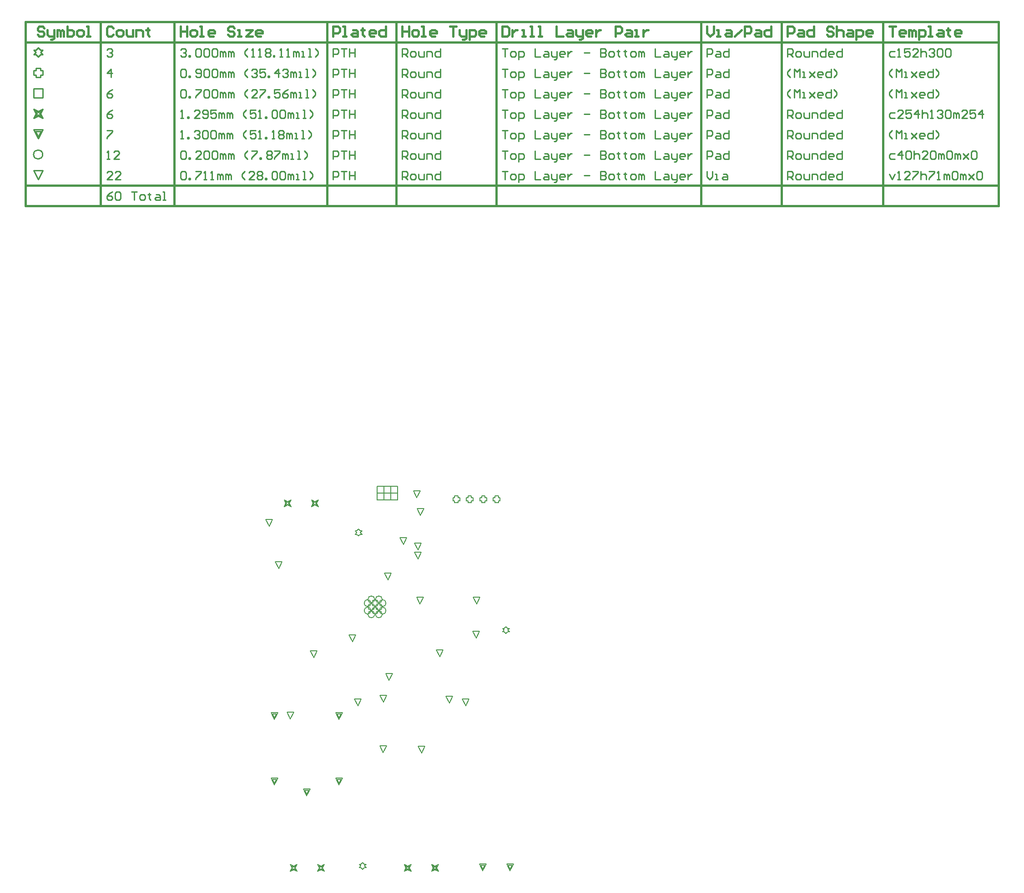
<source format=gbr>
G04*
G04 #@! TF.GenerationSoftware,Altium Limited,Altium Designer,24.4.1 (13)*
G04*
G04 Layer_Color=2752767*
%FSLAX44Y44*%
%MOMM*%
G71*
G04*
G04 #@! TF.SameCoordinates,35E0C0FB-C19D-4D04-833B-EC0655963EBE*
G04*
G04*
G04 #@! TF.FilePolarity,Positive*
G04*
G01*
G75*
%ADD14C,0.1270*%
%ADD16C,0.2540*%
%ADD62C,0.3810*%
%ADD66C,0.4064*%
D14*
X228220Y534710D02*
G03*
X228220Y534710I-6350J0D01*
G01*
X214220D02*
G03*
X214220Y534710I-6350J0D01*
G01*
X228220Y548710D02*
G03*
X228220Y548710I-6350J0D01*
G01*
X214220D02*
G03*
X214220Y548710I-6350J0D01*
G01*
X228220Y562710D02*
G03*
X228220Y562710I-6350J0D01*
G01*
X214220D02*
G03*
X214220Y562710I-6350J0D01*
G01*
X235220Y541710D02*
G03*
X235220Y541710I-6350J0D01*
G01*
X221220D02*
G03*
X221220Y541710I-6350J0D01*
G01*
X207220D02*
G03*
X207220Y541710I-6350J0D01*
G01*
X235220Y555710D02*
G03*
X235220Y555710I-6350J0D01*
G01*
X207220D02*
G03*
X207220Y555710I-6350J0D01*
G01*
X221220D02*
G03*
X221220Y555710I-6350J0D01*
G01*
X57207Y339512D02*
X63556Y352212D01*
X50856D02*
X63556D01*
X50856D02*
X57207Y339512D01*
X172720Y483784D02*
X179070Y496484D01*
X166370D02*
X179070D01*
X166370D02*
X172720Y483784D01*
X402901Y490896D02*
X409250Y503596D01*
X396550D02*
X409250D01*
X396550D02*
X402901Y490896D01*
X240849Y412156D02*
X247199Y424856D01*
X234499D02*
X247199D01*
X234499D02*
X240849Y412156D01*
X267773Y664886D02*
X274123Y677586D01*
X261423D02*
X274123D01*
X261423D02*
X267773Y664886D01*
X294697Y637962D02*
X301047Y650662D01*
X288347D02*
X301047D01*
X288347D02*
X294697Y637962D01*
Y655234D02*
X301047Y667934D01*
X288347D02*
X301047D01*
X288347D02*
X294697Y655234D01*
X299522Y718988D02*
X305872Y731688D01*
X293172D02*
X305872D01*
X293172D02*
X299522Y718988D01*
X100894Y453812D02*
X107245Y466512D01*
X94544D02*
X107245D01*
X94544D02*
X100894Y453812D01*
X238817Y599384D02*
X245166Y612084D01*
X232467D02*
X245166D01*
X232467D02*
X238817Y599384D01*
X229870Y276860D02*
X236220Y289560D01*
X223520D02*
X236220D01*
X223520D02*
X229870Y276860D01*
X383540Y364490D02*
X389890Y377190D01*
X377190D02*
X389890D01*
X377190D02*
X383540Y364490D01*
X353060Y369570D02*
X359410Y382270D01*
X346710D02*
X359410D01*
X346710D02*
X353060Y369570D01*
X301547Y276543D02*
X307897Y289243D01*
X295197D02*
X307897D01*
X295197D02*
X301547Y276543D01*
X182880Y364490D02*
X189230Y377190D01*
X176530D02*
X189230D01*
X176530D02*
X182880Y364490D01*
X292340Y752404D02*
X298690Y765104D01*
X285990D02*
X298690D01*
X285990D02*
X292340Y752404D01*
X403860Y553720D02*
X410210Y566420D01*
X397510D02*
X410210D01*
X397510D02*
X403860Y553720D01*
X298450D02*
X304800Y566420D01*
X292100D02*
X304800D01*
X292100D02*
X298450Y553720D01*
X230180Y371008D02*
X236530Y383708D01*
X223831D02*
X236530D01*
X223831D02*
X230180Y371008D01*
X335280Y455930D02*
X341630Y468630D01*
X328930D02*
X341630D01*
X328930D02*
X335280Y455930D01*
X35560Y619760D02*
X41910Y632460D01*
X29210D02*
X41910D01*
X29210D02*
X35560Y619760D01*
X17780Y698500D02*
X24130Y711200D01*
X11430D02*
X24130D01*
X11430D02*
X17780Y698500D01*
X87630Y199510D02*
X91440Y207130D01*
X83820D02*
X91440D01*
X83820D02*
X87630Y199510D01*
Y196970D02*
X93980Y209670D01*
X81280D02*
X93980D01*
X81280D02*
X87630Y196970D01*
X147630Y219510D02*
X151440Y227130D01*
X143820D02*
X151440D01*
X143820D02*
X147630Y219510D01*
Y216970D02*
X153980Y229670D01*
X141280D02*
X153980D01*
X141280D02*
X147630Y216970D01*
X27630Y219510D02*
X31440Y227130D01*
X23820D02*
X31440D01*
X23820D02*
X27630Y219510D01*
Y216970D02*
X33980Y229670D01*
X21280D02*
X33980D01*
X21280D02*
X27630Y216970D01*
Y341510D02*
X31440Y349130D01*
X23820D02*
X31440D01*
X23820D02*
X27630Y341510D01*
Y338970D02*
X33980Y351670D01*
X21280D02*
X33980D01*
X21280D02*
X27630Y338970D01*
X147630Y341510D02*
X151440Y349130D01*
X143820D02*
X151440D01*
X143820D02*
X147630Y341510D01*
Y338970D02*
X153980Y351670D01*
X141280D02*
X153980D01*
X141280D02*
X147630Y338970D01*
X218345Y748125D02*
X231045D01*
Y760825D01*
X218345D02*
X231045D01*
X218345Y748125D02*
Y760825D01*
X231045Y748125D02*
X243745D01*
Y760825D01*
X231045D02*
X243745D01*
X231045Y748125D02*
Y760825D01*
X218345D02*
X231045D01*
Y773525D01*
X218345D02*
X231045D01*
X218345Y760825D02*
Y773525D01*
X231045Y760825D02*
X243745D01*
Y773525D01*
X231045D02*
X243745D01*
X231045Y760825D02*
Y773525D01*
X243745Y760825D02*
X256445D01*
Y773525D01*
X243745D02*
X256445D01*
X243745Y760825D02*
Y773525D01*
Y748125D02*
X256445D01*
Y760825D01*
X243745D02*
X256445D01*
X243745Y748125D02*
Y760825D01*
X415290Y59690D02*
X419100Y67310D01*
X411480D02*
X419100D01*
X411480D02*
X415290Y59690D01*
Y57150D02*
X421640Y69850D01*
X408940D02*
X421640D01*
X408940D02*
X415290Y57150D01*
X466090Y59690D02*
X469900Y67310D01*
X462280D02*
X469900D01*
X462280D02*
X466090Y59690D01*
Y57150D02*
X472440Y69850D01*
X459740D02*
X472440D01*
X459740D02*
X466090Y57150D01*
X359810Y746125D02*
X362985D01*
X359810D02*
Y752475D01*
X362985D01*
Y755650D01*
X369335D01*
Y752475D02*
Y755650D01*
Y752475D02*
X372510D01*
Y746125D02*
Y752475D01*
X369335Y746125D02*
X372510D01*
X369335Y742950D02*
Y746125D01*
X362985Y742950D02*
X369335D01*
X362985D02*
Y746125D01*
X384810D02*
X387985D01*
X384810D02*
Y752475D01*
X387985D01*
Y755650D01*
X394335D01*
Y752475D02*
Y755650D01*
Y752475D02*
X397510D01*
Y746125D02*
Y752475D01*
X394335Y746125D02*
X397510D01*
X394335Y742950D02*
Y746125D01*
X387985Y742950D02*
X394335D01*
X387985D02*
Y746125D01*
X409810D02*
X412985D01*
X409810D02*
Y752475D01*
X412985D01*
Y755650D01*
X419335D01*
Y752475D02*
Y755650D01*
Y752475D02*
X422510D01*
Y746125D02*
Y752475D01*
X419335Y746125D02*
X422510D01*
X419335Y742950D02*
Y746125D01*
X412985Y742950D02*
X419335D01*
X412985D02*
Y746125D01*
X434810D02*
X437985D01*
X434810D02*
Y752475D01*
X437985D01*
Y755650D01*
X444335D01*
Y752475D02*
Y755650D01*
Y752475D02*
X447510D01*
Y746125D02*
Y752475D01*
X444335Y746125D02*
X447510D01*
X444335Y742950D02*
Y746125D01*
X437985Y742950D02*
X444335D01*
X437985D02*
Y746125D01*
X110490Y58420D02*
X114300Y60325D01*
X118110Y58420D01*
X116205Y62230D02*
X118110Y58420D01*
X116205Y62230D02*
X118110Y66040D01*
X114300Y64135D02*
X118110Y66040D01*
X110490D02*
X114300Y64135D01*
X110490Y66040D02*
X112395Y62230D01*
X110490Y58420D02*
X112395Y62230D01*
X107950Y55880D02*
X114300Y59055D01*
X120650Y55880D01*
X117475Y62230D02*
X120650Y55880D01*
X117475Y62230D02*
X120650Y68580D01*
X114300Y65405D02*
X120650Y68580D01*
X107950D02*
X114300Y65405D01*
X107950Y68580D02*
X111125Y62230D01*
X107950Y55880D02*
X111125Y62230D01*
X59690Y58420D02*
X63500Y60325D01*
X67310Y58420D01*
X65405Y62230D02*
X67310Y58420D01*
X65405Y62230D02*
X67310Y66040D01*
X63500Y64135D02*
X67310Y66040D01*
X59690D02*
X63500Y64135D01*
X59690Y66040D02*
X61595Y62230D01*
X59690Y58420D02*
X61595Y62230D01*
X57150Y55880D02*
X63500Y59055D01*
X69850Y55880D01*
X66675Y62230D02*
X69850Y55880D01*
X66675Y62230D02*
X69850Y68580D01*
X63500Y65405D02*
X69850Y68580D01*
X57150D02*
X63500Y65405D01*
X57150Y68580D02*
X60325Y62230D01*
X57150Y55880D02*
X60325Y62230D01*
X48260Y737870D02*
X52070Y739775D01*
X55880Y737870D01*
X53975Y741680D02*
X55880Y737870D01*
X53975Y741680D02*
X55880Y745490D01*
X52070Y743585D02*
X55880Y745490D01*
X48260D02*
X52070Y743585D01*
X48260Y745490D02*
X50165Y741680D01*
X48260Y737870D02*
X50165Y741680D01*
X45720Y735330D02*
X52070Y738505D01*
X58420Y735330D01*
X55245Y741680D02*
X58420Y735330D01*
X55245Y741680D02*
X58420Y748030D01*
X52070Y744855D02*
X58420Y748030D01*
X45720D02*
X52070Y744855D01*
X45720Y748030D02*
X48895Y741680D01*
X45720Y735330D02*
X48895Y741680D01*
X99060Y737870D02*
X102870Y739775D01*
X106680Y737870D01*
X104775Y741680D02*
X106680Y737870D01*
X104775Y741680D02*
X106680Y745490D01*
X102870Y743585D02*
X106680Y745490D01*
X99060D02*
X102870Y743585D01*
X99060Y745490D02*
X100965Y741680D01*
X99060Y737870D02*
X100965Y741680D01*
X96520Y735330D02*
X102870Y738505D01*
X109220Y735330D01*
X106045Y741680D02*
X109220Y735330D01*
X106045Y741680D02*
X109220Y748030D01*
X102870Y744855D02*
X109220Y748030D01*
X96520D02*
X102870Y744855D01*
X96520Y748030D02*
X99695Y741680D01*
X96520Y735330D02*
X99695Y741680D01*
X322580Y58420D02*
X326390Y60325D01*
X330200Y58420D01*
X328295Y62230D02*
X330200Y58420D01*
X328295Y62230D02*
X330200Y66040D01*
X326390Y64135D02*
X330200Y66040D01*
X322580D02*
X326390Y64135D01*
X322580Y66040D02*
X324485Y62230D01*
X322580Y58420D02*
X324485Y62230D01*
X320040Y55880D02*
X326390Y59055D01*
X332740Y55880D01*
X329565Y62230D02*
X332740Y55880D01*
X329565Y62230D02*
X332740Y68580D01*
X326390Y65405D02*
X332740Y68580D01*
X320040D02*
X326390Y65405D01*
X320040Y68580D02*
X323215Y62230D01*
X320040Y55880D02*
X323215Y62230D01*
X271780Y58420D02*
X275590Y60325D01*
X279400Y58420D01*
X277495Y62230D02*
X279400Y58420D01*
X277495Y62230D02*
X279400Y66040D01*
X275590Y64135D02*
X279400Y66040D01*
X271780D02*
X275590Y64135D01*
X271780Y66040D02*
X273685Y62230D01*
X271780Y58420D02*
X273685Y62230D01*
X269240Y55880D02*
X275590Y59055D01*
X281940Y55880D01*
X278765Y62230D02*
X281940Y55880D01*
X278765Y62230D02*
X281940Y68580D01*
X275590Y65405D02*
X281940Y68580D01*
X269240D02*
X275590Y65405D01*
X269240Y68580D02*
X272415Y62230D01*
X269240Y55880D02*
X272415Y62230D01*
X455295Y502285D02*
X458470Y499110D01*
X452120Y502285D02*
X455295D01*
X452120D02*
X455295Y505460D01*
X452120Y508635D02*
X455295Y505460D01*
X452120Y508635D02*
X455295D01*
X458470Y511810D01*
X461645Y508635D01*
X464820D01*
X461645Y505460D02*
X464820Y508635D01*
X461645Y505460D02*
X464820Y502285D01*
X461645D02*
X464820D01*
X458470Y499110D02*
X461645Y502285D01*
X188595Y62865D02*
X191770Y59690D01*
X185420Y62865D02*
X188595D01*
X185420D02*
X188595Y66040D01*
X185420Y69215D02*
X188595Y66040D01*
X185420Y69215D02*
X188595D01*
X191770Y72390D01*
X194945Y69215D01*
X198120D01*
X194945Y66040D02*
X198120Y69215D01*
X194945Y66040D02*
X198120Y62865D01*
X194945D02*
X198120D01*
X191770Y59690D02*
X194945Y62865D01*
X180975Y683895D02*
X184150Y680720D01*
X177800Y683895D02*
X180975D01*
X177800D02*
X180975Y687070D01*
X177800Y690245D02*
X180975Y687070D01*
X177800Y690245D02*
X180975D01*
X184150Y693420D01*
X187325Y690245D01*
X190500D01*
X187325Y687070D02*
X190500Y690245D01*
X187325Y687070D02*
X190500Y683895D01*
X187325D02*
X190500D01*
X184150Y680720D02*
X187325Y683895D01*
D16*
X-403815Y1391497D02*
G03*
X-403815Y1391497I-8467J0D01*
G01*
X-416515Y1577763D02*
X-412281Y1573530D01*
X-420748Y1577763D02*
X-416515D01*
X-420748D02*
X-416515Y1581997D01*
X-420748Y1586230D02*
X-416515Y1581997D01*
X-420748Y1586230D02*
X-416515D01*
X-412281Y1590463D01*
X-408048Y1586230D01*
X-403815D01*
X-408048Y1581997D02*
X-403815Y1586230D01*
X-408048Y1581997D02*
X-403815Y1577763D01*
X-408048D02*
X-403815D01*
X-412281Y1573530D02*
X-408048Y1577763D01*
X-420748Y1539663D02*
X-416515D01*
X-420748D02*
Y1548130D01*
X-416515D01*
Y1552363D01*
X-408048D01*
Y1548130D02*
Y1552363D01*
Y1548130D02*
X-403815D01*
Y1539663D02*
Y1548130D01*
X-408048Y1539663D02*
X-403815D01*
X-408048Y1535430D02*
Y1539663D01*
X-416515Y1535430D02*
X-408048D01*
X-416515D02*
Y1539663D01*
X-420748Y1497330D02*
X-403815D01*
Y1514263D01*
X-420748D02*
X-403815D01*
X-420748Y1497330D02*
Y1514263D01*
X-417361Y1462617D02*
X-412281Y1465157D01*
X-407201Y1462617D01*
X-409741Y1467697D02*
X-407201Y1462617D01*
X-409741Y1467697D02*
X-407201Y1472777D01*
X-412281Y1470237D02*
X-407201Y1472777D01*
X-417361D02*
X-412281Y1470237D01*
X-417361Y1472777D02*
X-414821Y1467697D01*
X-417361Y1462617D02*
X-414821Y1467697D01*
X-420748Y1459230D02*
X-412281Y1463463D01*
X-403815Y1459230D01*
X-408048Y1467697D02*
X-403815Y1459230D01*
X-408048Y1467697D02*
X-403815Y1476163D01*
X-412281Y1471930D02*
X-403815Y1476163D01*
X-420748D02*
X-412281Y1471930D01*
X-420748Y1476163D02*
X-416515Y1467697D01*
X-420748Y1459230D02*
X-416515Y1467697D01*
X-412281Y1424517D02*
X-407201Y1434677D01*
X-417361D02*
X-407201D01*
X-417361D02*
X-412281Y1424517D01*
Y1421130D02*
X-403815Y1438063D01*
X-420748D02*
X-403815D01*
X-420748D02*
X-412281Y1421130D01*
Y1344930D02*
X-403815Y1361863D01*
X-420748D02*
X-403815D01*
X-420748D02*
X-412281Y1344930D01*
X1182114Y1583687D02*
X1174497D01*
X1171957Y1581147D01*
Y1576069D01*
X1174497Y1573530D01*
X1182114D01*
X1187193D02*
X1192271D01*
X1189732D01*
Y1588765D01*
X1187193Y1586226D01*
X1210045Y1588765D02*
X1199888D01*
Y1581147D01*
X1204967Y1583687D01*
X1207506D01*
X1210045Y1581147D01*
Y1576069D01*
X1207506Y1573530D01*
X1202428D01*
X1199888Y1576069D01*
X1225280Y1573530D02*
X1215124D01*
X1225280Y1583687D01*
Y1586226D01*
X1222741Y1588765D01*
X1217663D01*
X1215124Y1586226D01*
X1230359Y1588765D02*
Y1573530D01*
Y1581147D01*
X1232898Y1583687D01*
X1237976D01*
X1240515Y1581147D01*
Y1573530D01*
X1245594Y1586226D02*
X1248133Y1588765D01*
X1253211D01*
X1255750Y1586226D01*
Y1583687D01*
X1253211Y1581147D01*
X1250672D01*
X1253211D01*
X1255750Y1578608D01*
Y1576069D01*
X1253211Y1573530D01*
X1248133D01*
X1245594Y1576069D01*
X1260829Y1586226D02*
X1263368Y1588765D01*
X1268446D01*
X1270985Y1586226D01*
Y1576069D01*
X1268446Y1573530D01*
X1263368D01*
X1260829Y1576069D01*
Y1586226D01*
X1276064D02*
X1278603Y1588765D01*
X1283681D01*
X1286221Y1586226D01*
Y1576069D01*
X1283681Y1573530D01*
X1278603D01*
X1276064Y1576069D01*
Y1586226D01*
X1177036Y1535430D02*
X1171957Y1540508D01*
Y1545587D01*
X1177036Y1550665D01*
X1184653Y1535430D02*
Y1550665D01*
X1189732Y1545587D01*
X1194810Y1550665D01*
Y1535430D01*
X1199888D02*
X1204967D01*
X1202428D01*
Y1545587D01*
X1199888D01*
X1212584D02*
X1222741Y1535430D01*
X1217663Y1540508D01*
X1222741Y1545587D01*
X1212584Y1535430D01*
X1235437D02*
X1230359D01*
X1227819Y1537969D01*
Y1543047D01*
X1230359Y1545587D01*
X1235437D01*
X1237976Y1543047D01*
Y1540508D01*
X1227819D01*
X1253211Y1550665D02*
Y1535430D01*
X1245594D01*
X1243054Y1537969D01*
Y1543047D01*
X1245594Y1545587D01*
X1253211D01*
X1258289Y1535430D02*
X1263368Y1540508D01*
Y1545587D01*
X1258289Y1550665D01*
X1177036Y1497330D02*
X1171957Y1502408D01*
Y1507487D01*
X1177036Y1512565D01*
X1184653Y1497330D02*
Y1512565D01*
X1189732Y1507487D01*
X1194810Y1512565D01*
Y1497330D01*
X1199888D02*
X1204967D01*
X1202428D01*
Y1507487D01*
X1199888D01*
X1212584D02*
X1222741Y1497330D01*
X1217663Y1502408D01*
X1222741Y1507487D01*
X1212584Y1497330D01*
X1235437D02*
X1230359D01*
X1227819Y1499869D01*
Y1504948D01*
X1230359Y1507487D01*
X1235437D01*
X1237976Y1504948D01*
Y1502408D01*
X1227819D01*
X1253211Y1512565D02*
Y1497330D01*
X1245594D01*
X1243054Y1499869D01*
Y1504948D01*
X1245594Y1507487D01*
X1253211D01*
X1258289Y1497330D02*
X1263368Y1502408D01*
Y1507487D01*
X1258289Y1512565D01*
X1182114Y1469387D02*
X1174497D01*
X1171957Y1466848D01*
Y1461769D01*
X1174497Y1459230D01*
X1182114D01*
X1197349D02*
X1187193D01*
X1197349Y1469387D01*
Y1471926D01*
X1194810Y1474465D01*
X1189732D01*
X1187193Y1471926D01*
X1212584Y1474465D02*
X1202428D01*
Y1466848D01*
X1207506Y1469387D01*
X1210045D01*
X1212584Y1466848D01*
Y1461769D01*
X1210045Y1459230D01*
X1204967D01*
X1202428Y1461769D01*
X1225280Y1459230D02*
Y1474465D01*
X1217663Y1466848D01*
X1227819D01*
X1232898Y1474465D02*
Y1459230D01*
Y1466848D01*
X1235437Y1469387D01*
X1240515D01*
X1243054Y1466848D01*
Y1459230D01*
X1248133D02*
X1253211D01*
X1250672D01*
Y1474465D01*
X1248133Y1471926D01*
X1260829D02*
X1263368Y1474465D01*
X1268446D01*
X1270985Y1471926D01*
Y1469387D01*
X1268446Y1466848D01*
X1265907D01*
X1268446D01*
X1270985Y1464308D01*
Y1461769D01*
X1268446Y1459230D01*
X1263368D01*
X1260829Y1461769D01*
X1276064Y1471926D02*
X1278603Y1474465D01*
X1283681D01*
X1286221Y1471926D01*
Y1461769D01*
X1283681Y1459230D01*
X1278603D01*
X1276064Y1461769D01*
Y1471926D01*
X1291299Y1459230D02*
Y1469387D01*
X1293838D01*
X1296377Y1466848D01*
Y1459230D01*
Y1466848D01*
X1298916Y1469387D01*
X1301456Y1466848D01*
Y1459230D01*
X1316691D02*
X1306534D01*
X1316691Y1469387D01*
Y1471926D01*
X1314151Y1474465D01*
X1309073D01*
X1306534Y1471926D01*
X1331926Y1474465D02*
X1321769D01*
Y1466848D01*
X1326847Y1469387D01*
X1329386D01*
X1331926Y1466848D01*
Y1461769D01*
X1329386Y1459230D01*
X1324308D01*
X1321769Y1461769D01*
X1344622Y1459230D02*
Y1474465D01*
X1337004Y1466848D01*
X1347161D01*
X1177036Y1421130D02*
X1171957Y1426208D01*
Y1431287D01*
X1177036Y1436365D01*
X1184653Y1421130D02*
Y1436365D01*
X1189732Y1431287D01*
X1194810Y1436365D01*
Y1421130D01*
X1199888D02*
X1204967D01*
X1202428D01*
Y1431287D01*
X1199888D01*
X1212584D02*
X1222741Y1421130D01*
X1217663Y1426208D01*
X1222741Y1431287D01*
X1212584Y1421130D01*
X1235437D02*
X1230359D01*
X1227819Y1423669D01*
Y1428748D01*
X1230359Y1431287D01*
X1235437D01*
X1237976Y1428748D01*
Y1426208D01*
X1227819D01*
X1253211Y1436365D02*
Y1421130D01*
X1245594D01*
X1243054Y1423669D01*
Y1428748D01*
X1245594Y1431287D01*
X1253211D01*
X1258289Y1421130D02*
X1263368Y1426208D01*
Y1431287D01*
X1258289Y1436365D01*
X1182114Y1393187D02*
X1174497D01*
X1171957Y1390647D01*
Y1385569D01*
X1174497Y1383030D01*
X1182114D01*
X1194810D02*
Y1398265D01*
X1187193Y1390647D01*
X1197349D01*
X1202428Y1395726D02*
X1204967Y1398265D01*
X1210045D01*
X1212584Y1395726D01*
Y1385569D01*
X1210045Y1383030D01*
X1204967D01*
X1202428Y1385569D01*
Y1395726D01*
X1217663Y1398265D02*
Y1383030D01*
Y1390647D01*
X1220202Y1393187D01*
X1225280D01*
X1227819Y1390647D01*
Y1383030D01*
X1243054D02*
X1232898D01*
X1243054Y1393187D01*
Y1395726D01*
X1240515Y1398265D01*
X1235437D01*
X1232898Y1395726D01*
X1248133D02*
X1250672Y1398265D01*
X1255750D01*
X1258289Y1395726D01*
Y1385569D01*
X1255750Y1383030D01*
X1250672D01*
X1248133Y1385569D01*
Y1395726D01*
X1263368Y1383030D02*
Y1393187D01*
X1265907D01*
X1268446Y1390647D01*
Y1383030D01*
Y1390647D01*
X1270985Y1393187D01*
X1273525Y1390647D01*
Y1383030D01*
X1278603Y1395726D02*
X1281142Y1398265D01*
X1286221D01*
X1288760Y1395726D01*
Y1385569D01*
X1286221Y1383030D01*
X1281142D01*
X1278603Y1385569D01*
Y1395726D01*
X1293838Y1383030D02*
Y1393187D01*
X1296377D01*
X1298916Y1390647D01*
Y1383030D01*
Y1390647D01*
X1301456Y1393187D01*
X1303995Y1390647D01*
Y1383030D01*
X1309073Y1393187D02*
X1319230Y1383030D01*
X1314151Y1388108D01*
X1319230Y1393187D01*
X1309073Y1383030D01*
X1324308Y1395726D02*
X1326847Y1398265D01*
X1331926D01*
X1334465Y1395726D01*
Y1385569D01*
X1331926Y1383030D01*
X1326847D01*
X1324308Y1385569D01*
Y1395726D01*
X1171957Y1355087D02*
X1177036Y1344930D01*
X1182114Y1355087D01*
X1187193Y1344930D02*
X1192271D01*
X1189732D01*
Y1360165D01*
X1187193Y1357626D01*
X1210045Y1344930D02*
X1199888D01*
X1210045Y1355087D01*
Y1357626D01*
X1207506Y1360165D01*
X1202428D01*
X1199888Y1357626D01*
X1215124Y1360165D02*
X1225280D01*
Y1357626D01*
X1215124Y1347469D01*
Y1344930D01*
X1230359Y1360165D02*
Y1344930D01*
Y1352547D01*
X1232898Y1355087D01*
X1237976D01*
X1240515Y1352547D01*
Y1344930D01*
X1245594Y1360165D02*
X1255750D01*
Y1357626D01*
X1245594Y1347469D01*
Y1344930D01*
X1260829D02*
X1265907D01*
X1263368D01*
Y1360165D01*
X1260829Y1357626D01*
X1273525Y1344930D02*
Y1355087D01*
X1276064D01*
X1278603Y1352547D01*
Y1344930D01*
Y1352547D01*
X1281142Y1355087D01*
X1283681Y1352547D01*
Y1344930D01*
X1288760Y1357626D02*
X1291299Y1360165D01*
X1296377D01*
X1298916Y1357626D01*
Y1347469D01*
X1296377Y1344930D01*
X1291299D01*
X1288760Y1347469D01*
Y1357626D01*
X1303995Y1344930D02*
Y1355087D01*
X1306534D01*
X1309073Y1352547D01*
Y1344930D01*
Y1352547D01*
X1311612Y1355087D01*
X1314151Y1352547D01*
Y1344930D01*
X1319230Y1355087D02*
X1329386Y1344930D01*
X1324308Y1350008D01*
X1329386Y1355087D01*
X1319230Y1344930D01*
X1334465Y1357626D02*
X1337004Y1360165D01*
X1342082D01*
X1344622Y1357626D01*
Y1347469D01*
X1342082Y1344930D01*
X1337004D01*
X1334465Y1347469D01*
Y1357626D01*
X982525Y1573530D02*
Y1588765D01*
X990142D01*
X992681Y1586226D01*
Y1581147D01*
X990142Y1578608D01*
X982525D01*
X987603D02*
X992681Y1573530D01*
X1000299D02*
X1005377D01*
X1007916Y1576069D01*
Y1581147D01*
X1005377Y1583687D01*
X1000299D01*
X997760Y1581147D01*
Y1576069D01*
X1000299Y1573530D01*
X1012995Y1583687D02*
Y1576069D01*
X1015534Y1573530D01*
X1023152D01*
Y1583687D01*
X1028230Y1573530D02*
Y1583687D01*
X1035847D01*
X1038387Y1581147D01*
Y1573530D01*
X1053622Y1588765D02*
Y1573530D01*
X1046004D01*
X1043465Y1576069D01*
Y1581147D01*
X1046004Y1583687D01*
X1053622D01*
X1066318Y1573530D02*
X1061239D01*
X1058700Y1576069D01*
Y1581147D01*
X1061239Y1583687D01*
X1066318D01*
X1068857Y1581147D01*
Y1578608D01*
X1058700D01*
X1084092Y1588765D02*
Y1573530D01*
X1076474D01*
X1073935Y1576069D01*
Y1581147D01*
X1076474Y1583687D01*
X1084092D01*
X987603Y1535430D02*
X982525Y1540508D01*
Y1545587D01*
X987603Y1550665D01*
X995221Y1535430D02*
Y1550665D01*
X1000299Y1545587D01*
X1005377Y1550665D01*
Y1535430D01*
X1010456D02*
X1015534D01*
X1012995D01*
Y1545587D01*
X1010456D01*
X1023151D02*
X1033308Y1535430D01*
X1028230Y1540508D01*
X1033308Y1545587D01*
X1023151Y1535430D01*
X1046004D02*
X1040926D01*
X1038387Y1537969D01*
Y1543047D01*
X1040926Y1545587D01*
X1046004D01*
X1048543Y1543047D01*
Y1540508D01*
X1038387D01*
X1063778Y1550665D02*
Y1535430D01*
X1056161D01*
X1053622Y1537969D01*
Y1543047D01*
X1056161Y1545587D01*
X1063778D01*
X1068857Y1535430D02*
X1073935Y1540508D01*
Y1545587D01*
X1068857Y1550665D01*
X987603Y1497330D02*
X982525Y1502408D01*
Y1507487D01*
X987603Y1512565D01*
X995221Y1497330D02*
Y1512565D01*
X1000299Y1507487D01*
X1005377Y1512565D01*
Y1497330D01*
X1010456D02*
X1015534D01*
X1012995D01*
Y1507487D01*
X1010456D01*
X1023151D02*
X1033308Y1497330D01*
X1028230Y1502408D01*
X1033308Y1507487D01*
X1023151Y1497330D01*
X1046004D02*
X1040926D01*
X1038387Y1499869D01*
Y1504948D01*
X1040926Y1507487D01*
X1046004D01*
X1048543Y1504948D01*
Y1502408D01*
X1038387D01*
X1063778Y1512565D02*
Y1497330D01*
X1056161D01*
X1053622Y1499869D01*
Y1504948D01*
X1056161Y1507487D01*
X1063778D01*
X1068857Y1497330D02*
X1073935Y1502408D01*
Y1507487D01*
X1068857Y1512565D01*
X982525Y1459230D02*
Y1474465D01*
X990142D01*
X992681Y1471926D01*
Y1466848D01*
X990142Y1464308D01*
X982525D01*
X987603D02*
X992681Y1459230D01*
X1000299D02*
X1005377D01*
X1007916Y1461769D01*
Y1466848D01*
X1005377Y1469387D01*
X1000299D01*
X997760Y1466848D01*
Y1461769D01*
X1000299Y1459230D01*
X1012995Y1469387D02*
Y1461769D01*
X1015534Y1459230D01*
X1023152D01*
Y1469387D01*
X1028230Y1459230D02*
Y1469387D01*
X1035847D01*
X1038387Y1466848D01*
Y1459230D01*
X1053622Y1474465D02*
Y1459230D01*
X1046004D01*
X1043465Y1461769D01*
Y1466848D01*
X1046004Y1469387D01*
X1053622D01*
X1066318Y1459230D02*
X1061239D01*
X1058700Y1461769D01*
Y1466848D01*
X1061239Y1469387D01*
X1066318D01*
X1068857Y1466848D01*
Y1464308D01*
X1058700D01*
X1084092Y1474465D02*
Y1459230D01*
X1076474D01*
X1073935Y1461769D01*
Y1466848D01*
X1076474Y1469387D01*
X1084092D01*
X982525Y1421130D02*
Y1436365D01*
X990142D01*
X992681Y1433826D01*
Y1428748D01*
X990142Y1426208D01*
X982525D01*
X987603D02*
X992681Y1421130D01*
X1000299D02*
X1005377D01*
X1007916Y1423669D01*
Y1428748D01*
X1005377Y1431287D01*
X1000299D01*
X997760Y1428748D01*
Y1423669D01*
X1000299Y1421130D01*
X1012995Y1431287D02*
Y1423669D01*
X1015534Y1421130D01*
X1023152D01*
Y1431287D01*
X1028230Y1421130D02*
Y1431287D01*
X1035847D01*
X1038387Y1428748D01*
Y1421130D01*
X1053622Y1436365D02*
Y1421130D01*
X1046004D01*
X1043465Y1423669D01*
Y1428748D01*
X1046004Y1431287D01*
X1053622D01*
X1066318Y1421130D02*
X1061239D01*
X1058700Y1423669D01*
Y1428748D01*
X1061239Y1431287D01*
X1066318D01*
X1068857Y1428748D01*
Y1426208D01*
X1058700D01*
X1084092Y1436365D02*
Y1421130D01*
X1076474D01*
X1073935Y1423669D01*
Y1428748D01*
X1076474Y1431287D01*
X1084092D01*
X982525Y1383030D02*
Y1398265D01*
X990142D01*
X992681Y1395726D01*
Y1390647D01*
X990142Y1388108D01*
X982525D01*
X987603D02*
X992681Y1383030D01*
X1000299D02*
X1005377D01*
X1007916Y1385569D01*
Y1390647D01*
X1005377Y1393187D01*
X1000299D01*
X997760Y1390647D01*
Y1385569D01*
X1000299Y1383030D01*
X1012995Y1393187D02*
Y1385569D01*
X1015534Y1383030D01*
X1023152D01*
Y1393187D01*
X1028230Y1383030D02*
Y1393187D01*
X1035847D01*
X1038387Y1390647D01*
Y1383030D01*
X1053622Y1398265D02*
Y1383030D01*
X1046004D01*
X1043465Y1385569D01*
Y1390647D01*
X1046004Y1393187D01*
X1053622D01*
X1066318Y1383030D02*
X1061239D01*
X1058700Y1385569D01*
Y1390647D01*
X1061239Y1393187D01*
X1066318D01*
X1068857Y1390647D01*
Y1388108D01*
X1058700D01*
X1084092Y1398265D02*
Y1383030D01*
X1076474D01*
X1073935Y1385569D01*
Y1390647D01*
X1076474Y1393187D01*
X1084092D01*
X982525Y1344930D02*
Y1360165D01*
X990142D01*
X992681Y1357626D01*
Y1352547D01*
X990142Y1350008D01*
X982525D01*
X987603D02*
X992681Y1344930D01*
X1000299D02*
X1005377D01*
X1007916Y1347469D01*
Y1352547D01*
X1005377Y1355087D01*
X1000299D01*
X997760Y1352547D01*
Y1347469D01*
X1000299Y1344930D01*
X1012995Y1355087D02*
Y1347469D01*
X1015534Y1344930D01*
X1023152D01*
Y1355087D01*
X1028230Y1344930D02*
Y1355087D01*
X1035847D01*
X1038387Y1352547D01*
Y1344930D01*
X1053622Y1360165D02*
Y1344930D01*
X1046004D01*
X1043465Y1347469D01*
Y1352547D01*
X1046004Y1355087D01*
X1053622D01*
X1066318Y1344930D02*
X1061239D01*
X1058700Y1347469D01*
Y1352547D01*
X1061239Y1355087D01*
X1066318D01*
X1068857Y1352547D01*
Y1350008D01*
X1058700D01*
X1084092Y1360165D02*
Y1344930D01*
X1076474D01*
X1073935Y1347469D01*
Y1352547D01*
X1076474Y1355087D01*
X1084092D01*
X832703Y1573530D02*
Y1588765D01*
X840321D01*
X842860Y1586226D01*
Y1581147D01*
X840321Y1578608D01*
X832703D01*
X850477Y1583687D02*
X855556D01*
X858095Y1581147D01*
Y1573530D01*
X850477D01*
X847938Y1576069D01*
X850477Y1578608D01*
X858095D01*
X873330Y1588765D02*
Y1573530D01*
X865713D01*
X863173Y1576069D01*
Y1581147D01*
X865713Y1583687D01*
X873330D01*
X832703Y1535430D02*
Y1550665D01*
X840321D01*
X842860Y1548126D01*
Y1543047D01*
X840321Y1540508D01*
X832703D01*
X850477Y1545587D02*
X855556D01*
X858095Y1543047D01*
Y1535430D01*
X850477D01*
X847938Y1537969D01*
X850477Y1540508D01*
X858095D01*
X873330Y1550665D02*
Y1535430D01*
X865713D01*
X863173Y1537969D01*
Y1543047D01*
X865713Y1545587D01*
X873330D01*
X832703Y1497330D02*
Y1512565D01*
X840321D01*
X842860Y1510026D01*
Y1504948D01*
X840321Y1502408D01*
X832703D01*
X850477Y1507487D02*
X855556D01*
X858095Y1504948D01*
Y1497330D01*
X850477D01*
X847938Y1499869D01*
X850477Y1502408D01*
X858095D01*
X873330Y1512565D02*
Y1497330D01*
X865713D01*
X863173Y1499869D01*
Y1504948D01*
X865713Y1507487D01*
X873330D01*
X832703Y1459230D02*
Y1474465D01*
X840321D01*
X842860Y1471926D01*
Y1466848D01*
X840321Y1464308D01*
X832703D01*
X850477Y1469387D02*
X855556D01*
X858095Y1466848D01*
Y1459230D01*
X850477D01*
X847938Y1461769D01*
X850477Y1464308D01*
X858095D01*
X873330Y1474465D02*
Y1459230D01*
X865713D01*
X863173Y1461769D01*
Y1466848D01*
X865713Y1469387D01*
X873330D01*
X832703Y1421130D02*
Y1436365D01*
X840321D01*
X842860Y1433826D01*
Y1428748D01*
X840321Y1426208D01*
X832703D01*
X850477Y1431287D02*
X855556D01*
X858095Y1428748D01*
Y1421130D01*
X850477D01*
X847938Y1423669D01*
X850477Y1426208D01*
X858095D01*
X873330Y1436365D02*
Y1421130D01*
X865713D01*
X863173Y1423669D01*
Y1428748D01*
X865713Y1431287D01*
X873330D01*
X832703Y1383030D02*
Y1398265D01*
X840321D01*
X842860Y1395726D01*
Y1390647D01*
X840321Y1388108D01*
X832703D01*
X850477Y1393187D02*
X855556D01*
X858095Y1390647D01*
Y1383030D01*
X850477D01*
X847938Y1385569D01*
X850477Y1388108D01*
X858095D01*
X873330Y1398265D02*
Y1383030D01*
X865713D01*
X863173Y1385569D01*
Y1390647D01*
X865713Y1393187D01*
X873330D01*
X832703Y1360165D02*
Y1350008D01*
X837782Y1344930D01*
X842860Y1350008D01*
Y1360165D01*
X847938Y1344930D02*
X853017D01*
X850477D01*
Y1355087D01*
X847938D01*
X863173D02*
X868252D01*
X870791Y1352547D01*
Y1344930D01*
X863173D01*
X860634Y1347469D01*
X863173Y1350008D01*
X870791D01*
X451817Y1588765D02*
X461974D01*
X456896D01*
Y1573530D01*
X469592D02*
X474670D01*
X477209Y1576069D01*
Y1581147D01*
X474670Y1583687D01*
X469592D01*
X467052Y1581147D01*
Y1576069D01*
X469592Y1573530D01*
X482287Y1568452D02*
Y1583687D01*
X489905D01*
X492444Y1581147D01*
Y1576069D01*
X489905Y1573530D01*
X482287D01*
X512758Y1588765D02*
Y1573530D01*
X522914D01*
X530532Y1583687D02*
X535610D01*
X538149Y1581147D01*
Y1573530D01*
X530532D01*
X527993Y1576069D01*
X530532Y1578608D01*
X538149D01*
X543228Y1583687D02*
Y1576069D01*
X545767Y1573530D01*
X553385D01*
Y1570991D01*
X550845Y1568452D01*
X548306D01*
X553385Y1573530D02*
Y1583687D01*
X566080Y1573530D02*
X561002D01*
X558463Y1576069D01*
Y1581147D01*
X561002Y1583687D01*
X566080D01*
X568620Y1581147D01*
Y1578608D01*
X558463D01*
X573698Y1583687D02*
Y1573530D01*
Y1578608D01*
X576237Y1581147D01*
X578776Y1583687D01*
X581315D01*
X604168Y1581147D02*
X614325D01*
X634638Y1588765D02*
Y1573530D01*
X642256D01*
X644795Y1576069D01*
Y1578608D01*
X642256Y1581147D01*
X634638D01*
X642256D01*
X644795Y1583687D01*
Y1586226D01*
X642256Y1588765D01*
X634638D01*
X652412Y1573530D02*
X657491D01*
X660030Y1576069D01*
Y1581147D01*
X657491Y1583687D01*
X652412D01*
X649873Y1581147D01*
Y1576069D01*
X652412Y1573530D01*
X667647Y1586226D02*
Y1583687D01*
X665108D01*
X670187D01*
X667647D01*
Y1576069D01*
X670187Y1573530D01*
X680343Y1586226D02*
Y1583687D01*
X677804D01*
X682883D01*
X680343D01*
Y1576069D01*
X682883Y1573530D01*
X693039D02*
X698118D01*
X700657Y1576069D01*
Y1581147D01*
X698118Y1583687D01*
X693039D01*
X690500Y1581147D01*
Y1576069D01*
X693039Y1573530D01*
X705735D02*
Y1583687D01*
X708274D01*
X710814Y1581147D01*
Y1573530D01*
Y1581147D01*
X713353Y1583687D01*
X715892Y1581147D01*
Y1573530D01*
X736205Y1588765D02*
Y1573530D01*
X746362D01*
X753980Y1583687D02*
X759058D01*
X761597Y1581147D01*
Y1573530D01*
X753980D01*
X751440Y1576069D01*
X753980Y1578608D01*
X761597D01*
X766675Y1583687D02*
Y1576069D01*
X769215Y1573530D01*
X776832D01*
Y1570991D01*
X774293Y1568452D01*
X771754D01*
X776832Y1573530D02*
Y1583687D01*
X789528Y1573530D02*
X784450D01*
X781911Y1576069D01*
Y1581147D01*
X784450Y1583687D01*
X789528D01*
X792067Y1581147D01*
Y1578608D01*
X781911D01*
X797146Y1583687D02*
Y1573530D01*
Y1578608D01*
X799685Y1581147D01*
X802224Y1583687D01*
X804763D01*
X451817Y1550665D02*
X461974D01*
X456896D01*
Y1535430D01*
X469592D02*
X474670D01*
X477209Y1537969D01*
Y1543047D01*
X474670Y1545587D01*
X469592D01*
X467052Y1543047D01*
Y1537969D01*
X469592Y1535430D01*
X482287Y1530352D02*
Y1545587D01*
X489905D01*
X492444Y1543047D01*
Y1537969D01*
X489905Y1535430D01*
X482287D01*
X512758Y1550665D02*
Y1535430D01*
X522914D01*
X530532Y1545587D02*
X535610D01*
X538149Y1543047D01*
Y1535430D01*
X530532D01*
X527993Y1537969D01*
X530532Y1540508D01*
X538149D01*
X543228Y1545587D02*
Y1537969D01*
X545767Y1535430D01*
X553385D01*
Y1532891D01*
X550845Y1530352D01*
X548306D01*
X553385Y1535430D02*
Y1545587D01*
X566080Y1535430D02*
X561002D01*
X558463Y1537969D01*
Y1543047D01*
X561002Y1545587D01*
X566080D01*
X568620Y1543047D01*
Y1540508D01*
X558463D01*
X573698Y1545587D02*
Y1535430D01*
Y1540508D01*
X576237Y1543047D01*
X578776Y1545587D01*
X581315D01*
X604168Y1543047D02*
X614325D01*
X634638Y1550665D02*
Y1535430D01*
X642256D01*
X644795Y1537969D01*
Y1540508D01*
X642256Y1543047D01*
X634638D01*
X642256D01*
X644795Y1545587D01*
Y1548126D01*
X642256Y1550665D01*
X634638D01*
X652412Y1535430D02*
X657491D01*
X660030Y1537969D01*
Y1543047D01*
X657491Y1545587D01*
X652412D01*
X649873Y1543047D01*
Y1537969D01*
X652412Y1535430D01*
X667647Y1548126D02*
Y1545587D01*
X665108D01*
X670187D01*
X667647D01*
Y1537969D01*
X670187Y1535430D01*
X680343Y1548126D02*
Y1545587D01*
X677804D01*
X682883D01*
X680343D01*
Y1537969D01*
X682883Y1535430D01*
X693039D02*
X698118D01*
X700657Y1537969D01*
Y1543047D01*
X698118Y1545587D01*
X693039D01*
X690500Y1543047D01*
Y1537969D01*
X693039Y1535430D01*
X705735D02*
Y1545587D01*
X708274D01*
X710814Y1543047D01*
Y1535430D01*
Y1543047D01*
X713353Y1545587D01*
X715892Y1543047D01*
Y1535430D01*
X736205Y1550665D02*
Y1535430D01*
X746362D01*
X753980Y1545587D02*
X759058D01*
X761597Y1543047D01*
Y1535430D01*
X753980D01*
X751440Y1537969D01*
X753980Y1540508D01*
X761597D01*
X766675Y1545587D02*
Y1537969D01*
X769215Y1535430D01*
X776832D01*
Y1532891D01*
X774293Y1530352D01*
X771754D01*
X776832Y1535430D02*
Y1545587D01*
X789528Y1535430D02*
X784450D01*
X781911Y1537969D01*
Y1543047D01*
X784450Y1545587D01*
X789528D01*
X792067Y1543047D01*
Y1540508D01*
X781911D01*
X797146Y1545587D02*
Y1535430D01*
Y1540508D01*
X799685Y1543047D01*
X802224Y1545587D01*
X804763D01*
X451817Y1512565D02*
X461974D01*
X456896D01*
Y1497330D01*
X469592D02*
X474670D01*
X477209Y1499869D01*
Y1504948D01*
X474670Y1507487D01*
X469592D01*
X467052Y1504948D01*
Y1499869D01*
X469592Y1497330D01*
X482287Y1492252D02*
Y1507487D01*
X489905D01*
X492444Y1504948D01*
Y1499869D01*
X489905Y1497330D01*
X482287D01*
X512758Y1512565D02*
Y1497330D01*
X522914D01*
X530532Y1507487D02*
X535610D01*
X538149Y1504948D01*
Y1497330D01*
X530532D01*
X527993Y1499869D01*
X530532Y1502408D01*
X538149D01*
X543228Y1507487D02*
Y1499869D01*
X545767Y1497330D01*
X553385D01*
Y1494791D01*
X550845Y1492252D01*
X548306D01*
X553385Y1497330D02*
Y1507487D01*
X566080Y1497330D02*
X561002D01*
X558463Y1499869D01*
Y1504948D01*
X561002Y1507487D01*
X566080D01*
X568620Y1504948D01*
Y1502408D01*
X558463D01*
X573698Y1507487D02*
Y1497330D01*
Y1502408D01*
X576237Y1504948D01*
X578776Y1507487D01*
X581315D01*
X604168Y1504948D02*
X614325D01*
X634638Y1512565D02*
Y1497330D01*
X642256D01*
X644795Y1499869D01*
Y1502408D01*
X642256Y1504948D01*
X634638D01*
X642256D01*
X644795Y1507487D01*
Y1510026D01*
X642256Y1512565D01*
X634638D01*
X652412Y1497330D02*
X657491D01*
X660030Y1499869D01*
Y1504948D01*
X657491Y1507487D01*
X652412D01*
X649873Y1504948D01*
Y1499869D01*
X652412Y1497330D01*
X667647Y1510026D02*
Y1507487D01*
X665108D01*
X670187D01*
X667647D01*
Y1499869D01*
X670187Y1497330D01*
X680343Y1510026D02*
Y1507487D01*
X677804D01*
X682883D01*
X680343D01*
Y1499869D01*
X682883Y1497330D01*
X693039D02*
X698118D01*
X700657Y1499869D01*
Y1504948D01*
X698118Y1507487D01*
X693039D01*
X690500Y1504948D01*
Y1499869D01*
X693039Y1497330D01*
X705735D02*
Y1507487D01*
X708274D01*
X710814Y1504948D01*
Y1497330D01*
Y1504948D01*
X713353Y1507487D01*
X715892Y1504948D01*
Y1497330D01*
X736205Y1512565D02*
Y1497330D01*
X746362D01*
X753980Y1507487D02*
X759058D01*
X761597Y1504948D01*
Y1497330D01*
X753980D01*
X751440Y1499869D01*
X753980Y1502408D01*
X761597D01*
X766675Y1507487D02*
Y1499869D01*
X769215Y1497330D01*
X776832D01*
Y1494791D01*
X774293Y1492252D01*
X771754D01*
X776832Y1497330D02*
Y1507487D01*
X789528Y1497330D02*
X784450D01*
X781911Y1499869D01*
Y1504948D01*
X784450Y1507487D01*
X789528D01*
X792067Y1504948D01*
Y1502408D01*
X781911D01*
X797146Y1507487D02*
Y1497330D01*
Y1502408D01*
X799685Y1504948D01*
X802224Y1507487D01*
X804763D01*
X451817Y1474465D02*
X461974D01*
X456896D01*
Y1459230D01*
X469592D02*
X474670D01*
X477209Y1461769D01*
Y1466848D01*
X474670Y1469387D01*
X469592D01*
X467052Y1466848D01*
Y1461769D01*
X469592Y1459230D01*
X482287Y1454152D02*
Y1469387D01*
X489905D01*
X492444Y1466848D01*
Y1461769D01*
X489905Y1459230D01*
X482287D01*
X512758Y1474465D02*
Y1459230D01*
X522914D01*
X530532Y1469387D02*
X535610D01*
X538149Y1466848D01*
Y1459230D01*
X530532D01*
X527993Y1461769D01*
X530532Y1464308D01*
X538149D01*
X543228Y1469387D02*
Y1461769D01*
X545767Y1459230D01*
X553385D01*
Y1456691D01*
X550845Y1454152D01*
X548306D01*
X553385Y1459230D02*
Y1469387D01*
X566080Y1459230D02*
X561002D01*
X558463Y1461769D01*
Y1466848D01*
X561002Y1469387D01*
X566080D01*
X568620Y1466848D01*
Y1464308D01*
X558463D01*
X573698Y1469387D02*
Y1459230D01*
Y1464308D01*
X576237Y1466848D01*
X578776Y1469387D01*
X581315D01*
X604168Y1466848D02*
X614325D01*
X634638Y1474465D02*
Y1459230D01*
X642256D01*
X644795Y1461769D01*
Y1464308D01*
X642256Y1466848D01*
X634638D01*
X642256D01*
X644795Y1469387D01*
Y1471926D01*
X642256Y1474465D01*
X634638D01*
X652412Y1459230D02*
X657491D01*
X660030Y1461769D01*
Y1466848D01*
X657491Y1469387D01*
X652412D01*
X649873Y1466848D01*
Y1461769D01*
X652412Y1459230D01*
X667647Y1471926D02*
Y1469387D01*
X665108D01*
X670187D01*
X667647D01*
Y1461769D01*
X670187Y1459230D01*
X680343Y1471926D02*
Y1469387D01*
X677804D01*
X682883D01*
X680343D01*
Y1461769D01*
X682883Y1459230D01*
X693039D02*
X698118D01*
X700657Y1461769D01*
Y1466848D01*
X698118Y1469387D01*
X693039D01*
X690500Y1466848D01*
Y1461769D01*
X693039Y1459230D01*
X705735D02*
Y1469387D01*
X708274D01*
X710814Y1466848D01*
Y1459230D01*
Y1466848D01*
X713353Y1469387D01*
X715892Y1466848D01*
Y1459230D01*
X736205Y1474465D02*
Y1459230D01*
X746362D01*
X753980Y1469387D02*
X759058D01*
X761597Y1466848D01*
Y1459230D01*
X753980D01*
X751440Y1461769D01*
X753980Y1464308D01*
X761597D01*
X766675Y1469387D02*
Y1461769D01*
X769215Y1459230D01*
X776832D01*
Y1456691D01*
X774293Y1454152D01*
X771754D01*
X776832Y1459230D02*
Y1469387D01*
X789528Y1459230D02*
X784450D01*
X781911Y1461769D01*
Y1466848D01*
X784450Y1469387D01*
X789528D01*
X792067Y1466848D01*
Y1464308D01*
X781911D01*
X797146Y1469387D02*
Y1459230D01*
Y1464308D01*
X799685Y1466848D01*
X802224Y1469387D01*
X804763D01*
X451817Y1436365D02*
X461974D01*
X456896D01*
Y1421130D01*
X469592D02*
X474670D01*
X477209Y1423669D01*
Y1428748D01*
X474670Y1431287D01*
X469592D01*
X467052Y1428748D01*
Y1423669D01*
X469592Y1421130D01*
X482287Y1416052D02*
Y1431287D01*
X489905D01*
X492444Y1428748D01*
Y1423669D01*
X489905Y1421130D01*
X482287D01*
X512758Y1436365D02*
Y1421130D01*
X522914D01*
X530532Y1431287D02*
X535610D01*
X538149Y1428748D01*
Y1421130D01*
X530532D01*
X527993Y1423669D01*
X530532Y1426208D01*
X538149D01*
X543228Y1431287D02*
Y1423669D01*
X545767Y1421130D01*
X553385D01*
Y1418591D01*
X550845Y1416052D01*
X548306D01*
X553385Y1421130D02*
Y1431287D01*
X566080Y1421130D02*
X561002D01*
X558463Y1423669D01*
Y1428748D01*
X561002Y1431287D01*
X566080D01*
X568620Y1428748D01*
Y1426208D01*
X558463D01*
X573698Y1431287D02*
Y1421130D01*
Y1426208D01*
X576237Y1428748D01*
X578776Y1431287D01*
X581315D01*
X604168Y1428748D02*
X614325D01*
X634638Y1436365D02*
Y1421130D01*
X642256D01*
X644795Y1423669D01*
Y1426208D01*
X642256Y1428748D01*
X634638D01*
X642256D01*
X644795Y1431287D01*
Y1433826D01*
X642256Y1436365D01*
X634638D01*
X652412Y1421130D02*
X657491D01*
X660030Y1423669D01*
Y1428748D01*
X657491Y1431287D01*
X652412D01*
X649873Y1428748D01*
Y1423669D01*
X652412Y1421130D01*
X667647Y1433826D02*
Y1431287D01*
X665108D01*
X670187D01*
X667647D01*
Y1423669D01*
X670187Y1421130D01*
X680343Y1433826D02*
Y1431287D01*
X677804D01*
X682883D01*
X680343D01*
Y1423669D01*
X682883Y1421130D01*
X693039D02*
X698118D01*
X700657Y1423669D01*
Y1428748D01*
X698118Y1431287D01*
X693039D01*
X690500Y1428748D01*
Y1423669D01*
X693039Y1421130D01*
X705735D02*
Y1431287D01*
X708274D01*
X710814Y1428748D01*
Y1421130D01*
Y1428748D01*
X713353Y1431287D01*
X715892Y1428748D01*
Y1421130D01*
X736205Y1436365D02*
Y1421130D01*
X746362D01*
X753980Y1431287D02*
X759058D01*
X761597Y1428748D01*
Y1421130D01*
X753980D01*
X751440Y1423669D01*
X753980Y1426208D01*
X761597D01*
X766675Y1431287D02*
Y1423669D01*
X769215Y1421130D01*
X776832D01*
Y1418591D01*
X774293Y1416052D01*
X771754D01*
X776832Y1421130D02*
Y1431287D01*
X789528Y1421130D02*
X784450D01*
X781911Y1423669D01*
Y1428748D01*
X784450Y1431287D01*
X789528D01*
X792067Y1428748D01*
Y1426208D01*
X781911D01*
X797146Y1431287D02*
Y1421130D01*
Y1426208D01*
X799685Y1428748D01*
X802224Y1431287D01*
X804763D01*
X451817Y1398265D02*
X461974D01*
X456896D01*
Y1383030D01*
X469592D02*
X474670D01*
X477209Y1385569D01*
Y1390647D01*
X474670Y1393187D01*
X469592D01*
X467052Y1390647D01*
Y1385569D01*
X469592Y1383030D01*
X482287Y1377952D02*
Y1393187D01*
X489905D01*
X492444Y1390647D01*
Y1385569D01*
X489905Y1383030D01*
X482287D01*
X512758Y1398265D02*
Y1383030D01*
X522914D01*
X530532Y1393187D02*
X535610D01*
X538149Y1390647D01*
Y1383030D01*
X530532D01*
X527993Y1385569D01*
X530532Y1388108D01*
X538149D01*
X543228Y1393187D02*
Y1385569D01*
X545767Y1383030D01*
X553385D01*
Y1380491D01*
X550845Y1377952D01*
X548306D01*
X553385Y1383030D02*
Y1393187D01*
X566080Y1383030D02*
X561002D01*
X558463Y1385569D01*
Y1390647D01*
X561002Y1393187D01*
X566080D01*
X568620Y1390647D01*
Y1388108D01*
X558463D01*
X573698Y1393187D02*
Y1383030D01*
Y1388108D01*
X576237Y1390647D01*
X578776Y1393187D01*
X581315D01*
X604168Y1390647D02*
X614325D01*
X634638Y1398265D02*
Y1383030D01*
X642256D01*
X644795Y1385569D01*
Y1388108D01*
X642256Y1390647D01*
X634638D01*
X642256D01*
X644795Y1393187D01*
Y1395726D01*
X642256Y1398265D01*
X634638D01*
X652412Y1383030D02*
X657491D01*
X660030Y1385569D01*
Y1390647D01*
X657491Y1393187D01*
X652412D01*
X649873Y1390647D01*
Y1385569D01*
X652412Y1383030D01*
X667647Y1395726D02*
Y1393187D01*
X665108D01*
X670187D01*
X667647D01*
Y1385569D01*
X670187Y1383030D01*
X680343Y1395726D02*
Y1393187D01*
X677804D01*
X682883D01*
X680343D01*
Y1385569D01*
X682883Y1383030D01*
X693039D02*
X698118D01*
X700657Y1385569D01*
Y1390647D01*
X698118Y1393187D01*
X693039D01*
X690500Y1390647D01*
Y1385569D01*
X693039Y1383030D01*
X705735D02*
Y1393187D01*
X708274D01*
X710814Y1390647D01*
Y1383030D01*
Y1390647D01*
X713353Y1393187D01*
X715892Y1390647D01*
Y1383030D01*
X736205Y1398265D02*
Y1383030D01*
X746362D01*
X753980Y1393187D02*
X759058D01*
X761597Y1390647D01*
Y1383030D01*
X753980D01*
X751440Y1385569D01*
X753980Y1388108D01*
X761597D01*
X766675Y1393187D02*
Y1385569D01*
X769215Y1383030D01*
X776832D01*
Y1380491D01*
X774293Y1377952D01*
X771754D01*
X776832Y1383030D02*
Y1393187D01*
X789528Y1383030D02*
X784450D01*
X781911Y1385569D01*
Y1390647D01*
X784450Y1393187D01*
X789528D01*
X792067Y1390647D01*
Y1388108D01*
X781911D01*
X797146Y1393187D02*
Y1383030D01*
Y1388108D01*
X799685Y1390647D01*
X802224Y1393187D01*
X804763D01*
X451817Y1360165D02*
X461974D01*
X456896D01*
Y1344930D01*
X469592D02*
X474670D01*
X477209Y1347469D01*
Y1352547D01*
X474670Y1355087D01*
X469592D01*
X467052Y1352547D01*
Y1347469D01*
X469592Y1344930D01*
X482287Y1339852D02*
Y1355087D01*
X489905D01*
X492444Y1352547D01*
Y1347469D01*
X489905Y1344930D01*
X482287D01*
X512758Y1360165D02*
Y1344930D01*
X522914D01*
X530532Y1355087D02*
X535610D01*
X538149Y1352547D01*
Y1344930D01*
X530532D01*
X527993Y1347469D01*
X530532Y1350008D01*
X538149D01*
X543228Y1355087D02*
Y1347469D01*
X545767Y1344930D01*
X553385D01*
Y1342391D01*
X550845Y1339852D01*
X548306D01*
X553385Y1344930D02*
Y1355087D01*
X566080Y1344930D02*
X561002D01*
X558463Y1347469D01*
Y1352547D01*
X561002Y1355087D01*
X566080D01*
X568620Y1352547D01*
Y1350008D01*
X558463D01*
X573698Y1355087D02*
Y1344930D01*
Y1350008D01*
X576237Y1352547D01*
X578776Y1355087D01*
X581315D01*
X604168Y1352547D02*
X614325D01*
X634638Y1360165D02*
Y1344930D01*
X642256D01*
X644795Y1347469D01*
Y1350008D01*
X642256Y1352547D01*
X634638D01*
X642256D01*
X644795Y1355087D01*
Y1357626D01*
X642256Y1360165D01*
X634638D01*
X652412Y1344930D02*
X657491D01*
X660030Y1347469D01*
Y1352547D01*
X657491Y1355087D01*
X652412D01*
X649873Y1352547D01*
Y1347469D01*
X652412Y1344930D01*
X667647Y1357626D02*
Y1355087D01*
X665108D01*
X670187D01*
X667647D01*
Y1347469D01*
X670187Y1344930D01*
X680343Y1357626D02*
Y1355087D01*
X677804D01*
X682883D01*
X680343D01*
Y1347469D01*
X682883Y1344930D01*
X693039D02*
X698118D01*
X700657Y1347469D01*
Y1352547D01*
X698118Y1355087D01*
X693039D01*
X690500Y1352547D01*
Y1347469D01*
X693039Y1344930D01*
X705735D02*
Y1355087D01*
X708274D01*
X710814Y1352547D01*
Y1344930D01*
Y1352547D01*
X713353Y1355087D01*
X715892Y1352547D01*
Y1344930D01*
X736205Y1360165D02*
Y1344930D01*
X746362D01*
X753980Y1355087D02*
X759058D01*
X761597Y1352547D01*
Y1344930D01*
X753980D01*
X751440Y1347469D01*
X753980Y1350008D01*
X761597D01*
X766675Y1355087D02*
Y1347469D01*
X769215Y1344930D01*
X776832D01*
Y1342391D01*
X774293Y1339852D01*
X771754D01*
X776832Y1344930D02*
Y1355087D01*
X789528Y1344930D02*
X784450D01*
X781911Y1347469D01*
Y1352547D01*
X784450Y1355087D01*
X789528D01*
X792067Y1352547D01*
Y1350008D01*
X781911D01*
X797146Y1355087D02*
Y1344930D01*
Y1350008D01*
X799685Y1352547D01*
X802224Y1355087D01*
X804763D01*
X265432Y1573530D02*
Y1588765D01*
X273049D01*
X275588Y1586226D01*
Y1581147D01*
X273049Y1578608D01*
X265432D01*
X270510D02*
X275588Y1573530D01*
X283206D02*
X288284D01*
X290823Y1576069D01*
Y1581147D01*
X288284Y1583687D01*
X283206D01*
X280667Y1581147D01*
Y1576069D01*
X283206Y1573530D01*
X295902Y1583687D02*
Y1576069D01*
X298441Y1573530D01*
X306059D01*
Y1583687D01*
X311137Y1573530D02*
Y1583687D01*
X318754D01*
X321294Y1581147D01*
Y1573530D01*
X336529Y1588765D02*
Y1573530D01*
X328911D01*
X326372Y1576069D01*
Y1581147D01*
X328911Y1583687D01*
X336529D01*
X265432Y1535430D02*
Y1550665D01*
X273049D01*
X275588Y1548126D01*
Y1543047D01*
X273049Y1540508D01*
X265432D01*
X270510D02*
X275588Y1535430D01*
X283206D02*
X288284D01*
X290823Y1537969D01*
Y1543047D01*
X288284Y1545587D01*
X283206D01*
X280667Y1543047D01*
Y1537969D01*
X283206Y1535430D01*
X295902Y1545587D02*
Y1537969D01*
X298441Y1535430D01*
X306059D01*
Y1545587D01*
X311137Y1535430D02*
Y1545587D01*
X318754D01*
X321294Y1543047D01*
Y1535430D01*
X336529Y1550665D02*
Y1535430D01*
X328911D01*
X326372Y1537969D01*
Y1543047D01*
X328911Y1545587D01*
X336529D01*
X265432Y1497330D02*
Y1512565D01*
X273049D01*
X275588Y1510026D01*
Y1504948D01*
X273049Y1502408D01*
X265432D01*
X270510D02*
X275588Y1497330D01*
X283206D02*
X288284D01*
X290823Y1499869D01*
Y1504948D01*
X288284Y1507487D01*
X283206D01*
X280667Y1504948D01*
Y1499869D01*
X283206Y1497330D01*
X295902Y1507487D02*
Y1499869D01*
X298441Y1497330D01*
X306059D01*
Y1507487D01*
X311137Y1497330D02*
Y1507487D01*
X318754D01*
X321294Y1504948D01*
Y1497330D01*
X336529Y1512565D02*
Y1497330D01*
X328911D01*
X326372Y1499869D01*
Y1504948D01*
X328911Y1507487D01*
X336529D01*
X265432Y1459230D02*
Y1474465D01*
X273049D01*
X275588Y1471926D01*
Y1466848D01*
X273049Y1464308D01*
X265432D01*
X270510D02*
X275588Y1459230D01*
X283206D02*
X288284D01*
X290823Y1461769D01*
Y1466848D01*
X288284Y1469387D01*
X283206D01*
X280667Y1466848D01*
Y1461769D01*
X283206Y1459230D01*
X295902Y1469387D02*
Y1461769D01*
X298441Y1459230D01*
X306059D01*
Y1469387D01*
X311137Y1459230D02*
Y1469387D01*
X318754D01*
X321294Y1466848D01*
Y1459230D01*
X336529Y1474465D02*
Y1459230D01*
X328911D01*
X326372Y1461769D01*
Y1466848D01*
X328911Y1469387D01*
X336529D01*
X265432Y1421130D02*
Y1436365D01*
X273049D01*
X275588Y1433826D01*
Y1428748D01*
X273049Y1426208D01*
X265432D01*
X270510D02*
X275588Y1421130D01*
X283206D02*
X288284D01*
X290823Y1423669D01*
Y1428748D01*
X288284Y1431287D01*
X283206D01*
X280667Y1428748D01*
Y1423669D01*
X283206Y1421130D01*
X295902Y1431287D02*
Y1423669D01*
X298441Y1421130D01*
X306059D01*
Y1431287D01*
X311137Y1421130D02*
Y1431287D01*
X318754D01*
X321294Y1428748D01*
Y1421130D01*
X336529Y1436365D02*
Y1421130D01*
X328911D01*
X326372Y1423669D01*
Y1428748D01*
X328911Y1431287D01*
X336529D01*
X265432Y1383030D02*
Y1398265D01*
X273049D01*
X275588Y1395726D01*
Y1390647D01*
X273049Y1388108D01*
X265432D01*
X270510D02*
X275588Y1383030D01*
X283206D02*
X288284D01*
X290823Y1385569D01*
Y1390647D01*
X288284Y1393187D01*
X283206D01*
X280667Y1390647D01*
Y1385569D01*
X283206Y1383030D01*
X295902Y1393187D02*
Y1385569D01*
X298441Y1383030D01*
X306059D01*
Y1393187D01*
X311137Y1383030D02*
Y1393187D01*
X318754D01*
X321294Y1390647D01*
Y1383030D01*
X336529Y1398265D02*
Y1383030D01*
X328911D01*
X326372Y1385569D01*
Y1390647D01*
X328911Y1393187D01*
X336529D01*
X265432Y1344930D02*
Y1360165D01*
X273049D01*
X275588Y1357626D01*
Y1352547D01*
X273049Y1350008D01*
X265432D01*
X270510D02*
X275588Y1344930D01*
X283206D02*
X288284D01*
X290823Y1347469D01*
Y1352547D01*
X288284Y1355087D01*
X283206D01*
X280667Y1352547D01*
Y1347469D01*
X283206Y1344930D01*
X295902Y1355087D02*
Y1347469D01*
X298441Y1344930D01*
X306059D01*
Y1355087D01*
X311137Y1344930D02*
Y1355087D01*
X318754D01*
X321294Y1352547D01*
Y1344930D01*
X336529Y1360165D02*
Y1344930D01*
X328911D01*
X326372Y1347469D01*
Y1352547D01*
X328911Y1355087D01*
X336529D01*
X136939Y1573530D02*
Y1588765D01*
X144557D01*
X147096Y1586226D01*
Y1581147D01*
X144557Y1578608D01*
X136939D01*
X152174Y1588765D02*
X162331D01*
X157253D01*
Y1573530D01*
X167409Y1588765D02*
Y1573530D01*
Y1581147D01*
X177566D01*
Y1588765D01*
Y1573530D01*
X136939Y1535430D02*
Y1550665D01*
X144557D01*
X147096Y1548126D01*
Y1543047D01*
X144557Y1540508D01*
X136939D01*
X152174Y1550665D02*
X162331D01*
X157253D01*
Y1535430D01*
X167409Y1550665D02*
Y1535430D01*
Y1543047D01*
X177566D01*
Y1550665D01*
Y1535430D01*
X136939Y1497330D02*
Y1512565D01*
X144557D01*
X147096Y1510026D01*
Y1504948D01*
X144557Y1502408D01*
X136939D01*
X152174Y1512565D02*
X162331D01*
X157253D01*
Y1497330D01*
X167409Y1512565D02*
Y1497330D01*
Y1504948D01*
X177566D01*
Y1512565D01*
Y1497330D01*
X136939Y1459230D02*
Y1474465D01*
X144557D01*
X147096Y1471926D01*
Y1466848D01*
X144557Y1464308D01*
X136939D01*
X152174Y1474465D02*
X162331D01*
X157253D01*
Y1459230D01*
X167409Y1474465D02*
Y1459230D01*
Y1466848D01*
X177566D01*
Y1474465D01*
Y1459230D01*
X136939Y1421130D02*
Y1436365D01*
X144557D01*
X147096Y1433826D01*
Y1428748D01*
X144557Y1426208D01*
X136939D01*
X152174Y1436365D02*
X162331D01*
X157253D01*
Y1421130D01*
X167409Y1436365D02*
Y1421130D01*
Y1428748D01*
X177566D01*
Y1436365D01*
Y1421130D01*
X136939Y1383030D02*
Y1398265D01*
X144557D01*
X147096Y1395726D01*
Y1390647D01*
X144557Y1388108D01*
X136939D01*
X152174Y1398265D02*
X162331D01*
X157253D01*
Y1383030D01*
X167409Y1398265D02*
Y1383030D01*
Y1390647D01*
X177566D01*
Y1398265D01*
Y1383030D01*
X136939Y1344930D02*
Y1360165D01*
X144557D01*
X147096Y1357626D01*
Y1352547D01*
X144557Y1350008D01*
X136939D01*
X152174Y1360165D02*
X162331D01*
X157253D01*
Y1344930D01*
X167409Y1360165D02*
Y1344930D01*
Y1352547D01*
X177566D01*
Y1360165D01*
Y1344930D01*
X-147458Y1586226D02*
X-144919Y1588765D01*
X-139840D01*
X-137301Y1586226D01*
Y1583687D01*
X-139840Y1581147D01*
X-142379D01*
X-139840D01*
X-137301Y1578608D01*
Y1576069D01*
X-139840Y1573530D01*
X-144919D01*
X-147458Y1576069D01*
X-132223Y1573530D02*
Y1576069D01*
X-129684D01*
Y1573530D01*
X-132223D01*
X-119527Y1586226D02*
X-116988Y1588765D01*
X-111909D01*
X-109370Y1586226D01*
Y1576069D01*
X-111909Y1573530D01*
X-116988D01*
X-119527Y1576069D01*
Y1586226D01*
X-104292D02*
X-101753Y1588765D01*
X-96674D01*
X-94135Y1586226D01*
Y1576069D01*
X-96674Y1573530D01*
X-101753D01*
X-104292Y1576069D01*
Y1586226D01*
X-89057D02*
X-86517Y1588765D01*
X-81439D01*
X-78900Y1586226D01*
Y1576069D01*
X-81439Y1573530D01*
X-86517D01*
X-89057Y1576069D01*
Y1586226D01*
X-73822Y1573530D02*
Y1583687D01*
X-71282D01*
X-68743Y1581147D01*
Y1573530D01*
Y1581147D01*
X-66204Y1583687D01*
X-63665Y1581147D01*
Y1573530D01*
X-58587D02*
Y1583687D01*
X-56047D01*
X-53508Y1581147D01*
Y1573530D01*
Y1581147D01*
X-50969Y1583687D01*
X-48430Y1581147D01*
Y1573530D01*
X-23038D02*
X-28116Y1578608D01*
Y1583687D01*
X-23038Y1588765D01*
X-15421Y1573530D02*
X-10342D01*
X-12881D01*
Y1588765D01*
X-15421Y1586226D01*
X-2725Y1573530D02*
X2354D01*
X-185D01*
Y1588765D01*
X-2725Y1586226D01*
X9971D02*
X12510Y1588765D01*
X17589D01*
X20128Y1586226D01*
Y1583687D01*
X17589Y1581147D01*
X20128Y1578608D01*
Y1576069D01*
X17589Y1573530D01*
X12510D01*
X9971Y1576069D01*
Y1578608D01*
X12510Y1581147D01*
X9971Y1583687D01*
Y1586226D01*
X12510Y1581147D02*
X17589D01*
X25206Y1573530D02*
Y1576069D01*
X27745D01*
Y1573530D01*
X25206D01*
X37902D02*
X42981D01*
X40441D01*
Y1588765D01*
X37902Y1586226D01*
X50598Y1573530D02*
X55676D01*
X53137D01*
Y1588765D01*
X50598Y1586226D01*
X63294Y1573530D02*
Y1583687D01*
X65833D01*
X68372Y1581147D01*
Y1573530D01*
Y1581147D01*
X70911Y1583687D01*
X73451Y1581147D01*
Y1573530D01*
X78529D02*
X83607D01*
X81068D01*
Y1583687D01*
X78529D01*
X91225Y1573530D02*
X96303D01*
X93764D01*
Y1588765D01*
X91225D01*
X103921Y1573530D02*
X108999Y1578608D01*
Y1583687D01*
X103921Y1588765D01*
X-147458Y1548126D02*
X-144919Y1550665D01*
X-139840D01*
X-137301Y1548126D01*
Y1537969D01*
X-139840Y1535430D01*
X-144919D01*
X-147458Y1537969D01*
Y1548126D01*
X-132223Y1535430D02*
Y1537969D01*
X-129684D01*
Y1535430D01*
X-132223D01*
X-119527Y1537969D02*
X-116988Y1535430D01*
X-111909D01*
X-109370Y1537969D01*
Y1548126D01*
X-111909Y1550665D01*
X-116988D01*
X-119527Y1548126D01*
Y1545587D01*
X-116988Y1543047D01*
X-109370D01*
X-104292Y1548126D02*
X-101753Y1550665D01*
X-96674D01*
X-94135Y1548126D01*
Y1537969D01*
X-96674Y1535430D01*
X-101753D01*
X-104292Y1537969D01*
Y1548126D01*
X-89057D02*
X-86517Y1550665D01*
X-81439D01*
X-78900Y1548126D01*
Y1537969D01*
X-81439Y1535430D01*
X-86517D01*
X-89057Y1537969D01*
Y1548126D01*
X-73822Y1535430D02*
Y1545587D01*
X-71282D01*
X-68743Y1543047D01*
Y1535430D01*
Y1543047D01*
X-66204Y1545587D01*
X-63665Y1543047D01*
Y1535430D01*
X-58587D02*
Y1545587D01*
X-56047D01*
X-53508Y1543047D01*
Y1535430D01*
Y1543047D01*
X-50969Y1545587D01*
X-48430Y1543047D01*
Y1535430D01*
X-23038D02*
X-28116Y1540508D01*
Y1545587D01*
X-23038Y1550665D01*
X-15421Y1548126D02*
X-12881Y1550665D01*
X-7803D01*
X-5264Y1548126D01*
Y1545587D01*
X-7803Y1543047D01*
X-10342D01*
X-7803D01*
X-5264Y1540508D01*
Y1537969D01*
X-7803Y1535430D01*
X-12881D01*
X-15421Y1537969D01*
X9971Y1550665D02*
X-185D01*
Y1543047D01*
X4893Y1545587D01*
X7432D01*
X9971Y1543047D01*
Y1537969D01*
X7432Y1535430D01*
X2354D01*
X-185Y1537969D01*
X15050Y1535430D02*
Y1537969D01*
X17589D01*
Y1535430D01*
X15050D01*
X35363D02*
Y1550665D01*
X27745Y1543047D01*
X37902D01*
X42981Y1548126D02*
X45520Y1550665D01*
X50598D01*
X53137Y1548126D01*
Y1545587D01*
X50598Y1543047D01*
X48059D01*
X50598D01*
X53137Y1540508D01*
Y1537969D01*
X50598Y1535430D01*
X45520D01*
X42981Y1537969D01*
X58216Y1535430D02*
Y1545587D01*
X60755D01*
X63294Y1543047D01*
Y1535430D01*
Y1543047D01*
X65833Y1545587D01*
X68372Y1543047D01*
Y1535430D01*
X73451D02*
X78529D01*
X75990D01*
Y1545587D01*
X73451D01*
X86147Y1535430D02*
X91225D01*
X88686D01*
Y1550665D01*
X86147D01*
X98842Y1535430D02*
X103921Y1540508D01*
Y1545587D01*
X98842Y1550665D01*
X-147458Y1510026D02*
X-144919Y1512565D01*
X-139840D01*
X-137301Y1510026D01*
Y1499869D01*
X-139840Y1497330D01*
X-144919D01*
X-147458Y1499869D01*
Y1510026D01*
X-132223Y1497330D02*
Y1499869D01*
X-129684D01*
Y1497330D01*
X-132223D01*
X-119527Y1512565D02*
X-109370D01*
Y1510026D01*
X-119527Y1499869D01*
Y1497330D01*
X-104292Y1510026D02*
X-101753Y1512565D01*
X-96674D01*
X-94135Y1510026D01*
Y1499869D01*
X-96674Y1497330D01*
X-101753D01*
X-104292Y1499869D01*
Y1510026D01*
X-89057D02*
X-86517Y1512565D01*
X-81439D01*
X-78900Y1510026D01*
Y1499869D01*
X-81439Y1497330D01*
X-86517D01*
X-89057Y1499869D01*
Y1510026D01*
X-73822Y1497330D02*
Y1507487D01*
X-71282D01*
X-68743Y1504948D01*
Y1497330D01*
Y1504948D01*
X-66204Y1507487D01*
X-63665Y1504948D01*
Y1497330D01*
X-58587D02*
Y1507487D01*
X-56047D01*
X-53508Y1504948D01*
Y1497330D01*
Y1504948D01*
X-50969Y1507487D01*
X-48430Y1504948D01*
Y1497330D01*
X-23038D02*
X-28116Y1502408D01*
Y1507487D01*
X-23038Y1512565D01*
X-5264Y1497330D02*
X-15421D01*
X-5264Y1507487D01*
Y1510026D01*
X-7803Y1512565D01*
X-12881D01*
X-15421Y1510026D01*
X-185Y1512565D02*
X9971D01*
Y1510026D01*
X-185Y1499869D01*
Y1497330D01*
X15050D02*
Y1499869D01*
X17589D01*
Y1497330D01*
X15050D01*
X37902Y1512565D02*
X27745D01*
Y1504948D01*
X32824Y1507487D01*
X35363D01*
X37902Y1504948D01*
Y1499869D01*
X35363Y1497330D01*
X30285D01*
X27745Y1499869D01*
X53137Y1512565D02*
X48059Y1510026D01*
X42981Y1504948D01*
Y1499869D01*
X45520Y1497330D01*
X50598D01*
X53137Y1499869D01*
Y1502408D01*
X50598Y1504948D01*
X42981D01*
X58216Y1497330D02*
Y1507487D01*
X60755D01*
X63294Y1504948D01*
Y1497330D01*
Y1504948D01*
X65833Y1507487D01*
X68372Y1504948D01*
Y1497330D01*
X73451D02*
X78529D01*
X75990D01*
Y1507487D01*
X73451D01*
X86147Y1497330D02*
X91225D01*
X88686D01*
Y1512565D01*
X86147D01*
X98842Y1497330D02*
X103921Y1502408D01*
Y1507487D01*
X98842Y1512565D01*
X-147458Y1459230D02*
X-142379D01*
X-144919D01*
Y1474465D01*
X-147458Y1471926D01*
X-134762Y1459230D02*
Y1461769D01*
X-132223D01*
Y1459230D01*
X-134762D01*
X-111909D02*
X-122066D01*
X-111909Y1469387D01*
Y1471926D01*
X-114448Y1474465D01*
X-119527D01*
X-122066Y1471926D01*
X-106831Y1461769D02*
X-104292Y1459230D01*
X-99213D01*
X-96674Y1461769D01*
Y1471926D01*
X-99213Y1474465D01*
X-104292D01*
X-106831Y1471926D01*
Y1469387D01*
X-104292Y1466848D01*
X-96674D01*
X-81439Y1474465D02*
X-91596D01*
Y1466848D01*
X-86517Y1469387D01*
X-83978D01*
X-81439Y1466848D01*
Y1461769D01*
X-83978Y1459230D01*
X-89057D01*
X-91596Y1461769D01*
X-76361Y1459230D02*
Y1469387D01*
X-73822D01*
X-71283Y1466848D01*
Y1459230D01*
Y1466848D01*
X-68743Y1469387D01*
X-66204Y1466848D01*
Y1459230D01*
X-61126D02*
Y1469387D01*
X-58587D01*
X-56047Y1466848D01*
Y1459230D01*
Y1466848D01*
X-53508Y1469387D01*
X-50969Y1466848D01*
Y1459230D01*
X-25577D02*
X-30656Y1464308D01*
Y1469387D01*
X-25577Y1474465D01*
X-7803D02*
X-17960D01*
Y1466848D01*
X-12881Y1469387D01*
X-10342D01*
X-7803Y1466848D01*
Y1461769D01*
X-10342Y1459230D01*
X-15421D01*
X-17960Y1461769D01*
X-2725Y1459230D02*
X2354D01*
X-185D01*
Y1474465D01*
X-2725Y1471926D01*
X9971Y1459230D02*
Y1461769D01*
X12510D01*
Y1459230D01*
X9971D01*
X22667Y1471926D02*
X25206Y1474465D01*
X30285D01*
X32824Y1471926D01*
Y1461769D01*
X30285Y1459230D01*
X25206D01*
X22667Y1461769D01*
Y1471926D01*
X37902D02*
X40441Y1474465D01*
X45520D01*
X48059Y1471926D01*
Y1461769D01*
X45520Y1459230D01*
X40441D01*
X37902Y1461769D01*
Y1471926D01*
X53137Y1459230D02*
Y1469387D01*
X55676D01*
X58216Y1466848D01*
Y1459230D01*
Y1466848D01*
X60755Y1469387D01*
X63294Y1466848D01*
Y1459230D01*
X68372D02*
X73451D01*
X70911D01*
Y1469387D01*
X68372D01*
X81068Y1459230D02*
X86147D01*
X83607D01*
Y1474465D01*
X81068D01*
X93764Y1459230D02*
X98842Y1464308D01*
Y1469387D01*
X93764Y1474465D01*
X-147458Y1421130D02*
X-142379D01*
X-144919D01*
Y1436365D01*
X-147458Y1433826D01*
X-134762Y1421130D02*
Y1423669D01*
X-132223D01*
Y1421130D01*
X-134762D01*
X-122066Y1433826D02*
X-119527Y1436365D01*
X-114448D01*
X-111909Y1433826D01*
Y1431287D01*
X-114448Y1428748D01*
X-116988D01*
X-114448D01*
X-111909Y1426208D01*
Y1423669D01*
X-114448Y1421130D01*
X-119527D01*
X-122066Y1423669D01*
X-106831Y1433826D02*
X-104292Y1436365D01*
X-99213D01*
X-96674Y1433826D01*
Y1423669D01*
X-99213Y1421130D01*
X-104292D01*
X-106831Y1423669D01*
Y1433826D01*
X-91596D02*
X-89057Y1436365D01*
X-83978D01*
X-81439Y1433826D01*
Y1423669D01*
X-83978Y1421130D01*
X-89057D01*
X-91596Y1423669D01*
Y1433826D01*
X-76361Y1421130D02*
Y1431287D01*
X-73822D01*
X-71283Y1428748D01*
Y1421130D01*
Y1428748D01*
X-68743Y1431287D01*
X-66204Y1428748D01*
Y1421130D01*
X-61126D02*
Y1431287D01*
X-58587D01*
X-56047Y1428748D01*
Y1421130D01*
Y1428748D01*
X-53508Y1431287D01*
X-50969Y1428748D01*
Y1421130D01*
X-25577D02*
X-30656Y1426208D01*
Y1431287D01*
X-25577Y1436365D01*
X-7803D02*
X-17960D01*
Y1428748D01*
X-12881Y1431287D01*
X-10342D01*
X-7803Y1428748D01*
Y1423669D01*
X-10342Y1421130D01*
X-15421D01*
X-17960Y1423669D01*
X-2725Y1421130D02*
X2354D01*
X-185D01*
Y1436365D01*
X-2725Y1433826D01*
X9971Y1421130D02*
Y1423669D01*
X12510D01*
Y1421130D01*
X9971D01*
X22667D02*
X27745D01*
X25206D01*
Y1436365D01*
X22667Y1433826D01*
X35363D02*
X37902Y1436365D01*
X42981D01*
X45520Y1433826D01*
Y1431287D01*
X42981Y1428748D01*
X45520Y1426208D01*
Y1423669D01*
X42981Y1421130D01*
X37902D01*
X35363Y1423669D01*
Y1426208D01*
X37902Y1428748D01*
X35363Y1431287D01*
Y1433826D01*
X37902Y1428748D02*
X42981D01*
X50598Y1421130D02*
Y1431287D01*
X53137D01*
X55676Y1428748D01*
Y1421130D01*
Y1428748D01*
X58216Y1431287D01*
X60755Y1428748D01*
Y1421130D01*
X65833D02*
X70911D01*
X68372D01*
Y1431287D01*
X65833D01*
X78529Y1421130D02*
X83607D01*
X81068D01*
Y1436365D01*
X78529D01*
X91225Y1421130D02*
X96303Y1426208D01*
Y1431287D01*
X91225Y1436365D01*
X-147458Y1395726D02*
X-144919Y1398265D01*
X-139840D01*
X-137301Y1395726D01*
Y1385569D01*
X-139840Y1383030D01*
X-144919D01*
X-147458Y1385569D01*
Y1395726D01*
X-132223Y1383030D02*
Y1385569D01*
X-129684D01*
Y1383030D01*
X-132223D01*
X-109370D02*
X-119527D01*
X-109370Y1393187D01*
Y1395726D01*
X-111909Y1398265D01*
X-116988D01*
X-119527Y1395726D01*
X-104292D02*
X-101753Y1398265D01*
X-96674D01*
X-94135Y1395726D01*
Y1385569D01*
X-96674Y1383030D01*
X-101753D01*
X-104292Y1385569D01*
Y1395726D01*
X-89057D02*
X-86517Y1398265D01*
X-81439D01*
X-78900Y1395726D01*
Y1385569D01*
X-81439Y1383030D01*
X-86517D01*
X-89057Y1385569D01*
Y1395726D01*
X-73822Y1383030D02*
Y1393187D01*
X-71282D01*
X-68743Y1390647D01*
Y1383030D01*
Y1390647D01*
X-66204Y1393187D01*
X-63665Y1390647D01*
Y1383030D01*
X-58587D02*
Y1393187D01*
X-56047D01*
X-53508Y1390647D01*
Y1383030D01*
Y1390647D01*
X-50969Y1393187D01*
X-48430Y1390647D01*
Y1383030D01*
X-23038D02*
X-28116Y1388108D01*
Y1393187D01*
X-23038Y1398265D01*
X-15421D02*
X-5264D01*
Y1395726D01*
X-15421Y1385569D01*
Y1383030D01*
X-185D02*
Y1385569D01*
X2354D01*
Y1383030D01*
X-185D01*
X12510Y1395726D02*
X15050Y1398265D01*
X20128D01*
X22667Y1395726D01*
Y1393187D01*
X20128Y1390647D01*
X22667Y1388108D01*
Y1385569D01*
X20128Y1383030D01*
X15050D01*
X12510Y1385569D01*
Y1388108D01*
X15050Y1390647D01*
X12510Y1393187D01*
Y1395726D01*
X15050Y1390647D02*
X20128D01*
X27745Y1398265D02*
X37902D01*
Y1395726D01*
X27745Y1385569D01*
Y1383030D01*
X42981D02*
Y1393187D01*
X45520D01*
X48059Y1390647D01*
Y1383030D01*
Y1390647D01*
X50598Y1393187D01*
X53137Y1390647D01*
Y1383030D01*
X58216D02*
X63294D01*
X60755D01*
Y1393187D01*
X58216D01*
X70911Y1383030D02*
X75990D01*
X73451D01*
Y1398265D01*
X70911D01*
X83607Y1383030D02*
X88686Y1388108D01*
Y1393187D01*
X83607Y1398265D01*
X-147458Y1357626D02*
X-144919Y1360165D01*
X-139840D01*
X-137301Y1357626D01*
Y1347469D01*
X-139840Y1344930D01*
X-144919D01*
X-147458Y1347469D01*
Y1357626D01*
X-132223Y1344930D02*
Y1347469D01*
X-129684D01*
Y1344930D01*
X-132223D01*
X-119527Y1360165D02*
X-109370D01*
Y1357626D01*
X-119527Y1347469D01*
Y1344930D01*
X-104292D02*
X-99213D01*
X-101753D01*
Y1360165D01*
X-104292Y1357626D01*
X-91596Y1344930D02*
X-86517D01*
X-89057D01*
Y1360165D01*
X-91596Y1357626D01*
X-78900Y1344930D02*
Y1355087D01*
X-76361D01*
X-73822Y1352547D01*
Y1344930D01*
Y1352547D01*
X-71283Y1355087D01*
X-68743Y1352547D01*
Y1344930D01*
X-63665D02*
Y1355087D01*
X-61126D01*
X-58587Y1352547D01*
Y1344930D01*
Y1352547D01*
X-56047Y1355087D01*
X-53508Y1352547D01*
Y1344930D01*
X-28116D02*
X-33195Y1350008D01*
Y1355087D01*
X-28116Y1360165D01*
X-10342Y1344930D02*
X-20499D01*
X-10342Y1355087D01*
Y1357626D01*
X-12881Y1360165D01*
X-17960D01*
X-20499Y1357626D01*
X-5264D02*
X-2725Y1360165D01*
X2354D01*
X4893Y1357626D01*
Y1355087D01*
X2354Y1352547D01*
X4893Y1350008D01*
Y1347469D01*
X2354Y1344930D01*
X-2725D01*
X-5264Y1347469D01*
Y1350008D01*
X-2725Y1352547D01*
X-5264Y1355087D01*
Y1357626D01*
X-2725Y1352547D02*
X2354D01*
X9971Y1344930D02*
Y1347469D01*
X12510D01*
Y1344930D01*
X9971D01*
X22667Y1357626D02*
X25206Y1360165D01*
X30285D01*
X32824Y1357626D01*
Y1347469D01*
X30285Y1344930D01*
X25206D01*
X22667Y1347469D01*
Y1357626D01*
X37902D02*
X40441Y1360165D01*
X45520D01*
X48059Y1357626D01*
Y1347469D01*
X45520Y1344930D01*
X40441D01*
X37902Y1347469D01*
Y1357626D01*
X53137Y1344930D02*
Y1355087D01*
X55676D01*
X58216Y1352547D01*
Y1344930D01*
Y1352547D01*
X60755Y1355087D01*
X63294Y1352547D01*
Y1344930D01*
X68372D02*
X73451D01*
X70911D01*
Y1355087D01*
X68372D01*
X81068Y1344930D02*
X86147D01*
X83607D01*
Y1360165D01*
X81068D01*
X93764Y1344930D02*
X98842Y1350008D01*
Y1355087D01*
X93764Y1360165D01*
X-274426Y1322065D02*
X-279504Y1319526D01*
X-284583Y1314447D01*
Y1309369D01*
X-282043Y1306830D01*
X-276965D01*
X-274426Y1309369D01*
Y1311908D01*
X-276965Y1314447D01*
X-284583D01*
X-269347Y1319526D02*
X-266808Y1322065D01*
X-261730D01*
X-259191Y1319526D01*
Y1309369D01*
X-261730Y1306830D01*
X-266808D01*
X-269347Y1309369D01*
Y1319526D01*
X-238877Y1322065D02*
X-228720D01*
X-233799D01*
Y1306830D01*
X-221103D02*
X-216025D01*
X-213486Y1309369D01*
Y1314447D01*
X-216025Y1316987D01*
X-221103D01*
X-223642Y1314447D01*
Y1309369D01*
X-221103Y1306830D01*
X-205868Y1319526D02*
Y1316987D01*
X-208407D01*
X-203329D01*
X-205868D01*
Y1309369D01*
X-203329Y1306830D01*
X-193172Y1316987D02*
X-188094D01*
X-185555Y1314447D01*
Y1306830D01*
X-193172D01*
X-195711Y1309369D01*
X-193172Y1311908D01*
X-185555D01*
X-180476Y1306830D02*
X-175398D01*
X-177937D01*
Y1322065D01*
X-180476D01*
X-284583Y1586226D02*
X-282043Y1588765D01*
X-276965D01*
X-274426Y1586226D01*
Y1583687D01*
X-276965Y1581147D01*
X-279504D01*
X-276965D01*
X-274426Y1578608D01*
Y1576069D01*
X-276965Y1573530D01*
X-282043D01*
X-284583Y1576069D01*
X-276965Y1535430D02*
Y1550665D01*
X-284583Y1543047D01*
X-274426D01*
Y1512565D02*
X-279504Y1510026D01*
X-284583Y1504948D01*
Y1499869D01*
X-282043Y1497330D01*
X-276965D01*
X-274426Y1499869D01*
Y1502408D01*
X-276965Y1504948D01*
X-284583D01*
X-274426Y1474465D02*
X-279504Y1471926D01*
X-284583Y1466848D01*
Y1461769D01*
X-282043Y1459230D01*
X-276965D01*
X-274426Y1461769D01*
Y1464308D01*
X-276965Y1466848D01*
X-284583D01*
Y1436365D02*
X-274426D01*
Y1433826D01*
X-284583Y1423669D01*
Y1421130D01*
Y1383030D02*
X-279504D01*
X-282043D01*
Y1398265D01*
X-284583Y1395726D01*
X-261730Y1383030D02*
X-271887D01*
X-261730Y1393187D01*
Y1395726D01*
X-264269Y1398265D01*
X-269347D01*
X-271887Y1395726D01*
X-274426Y1344930D02*
X-284583D01*
X-274426Y1355087D01*
Y1357626D01*
X-276965Y1360165D01*
X-282043D01*
X-284583Y1357626D01*
X-259191Y1344930D02*
X-269347D01*
X-259191Y1355087D01*
Y1357626D01*
X-261730Y1360165D01*
X-266808D01*
X-269347Y1357626D01*
D62*
X-435935Y1600200D02*
X1375101D01*
X-435935Y1333500D02*
X1375101D01*
X-435935Y1295400D02*
X1375101D01*
Y1638300D01*
X-435935D02*
X1375101D01*
X-435935Y1295400D02*
Y1638300D01*
X1160527Y1295400D02*
Y1638300D01*
X971095Y1295400D02*
Y1638300D01*
X821273Y1295400D02*
Y1638300D01*
X440387Y1295400D02*
Y1638300D01*
X254002Y1295400D02*
Y1638300D01*
X125509Y1295400D02*
Y1638300D01*
X-158888Y1295400D02*
Y1638300D01*
X-296012Y1295400D02*
Y1638300D01*
D66*
X1171957Y1629912D02*
X1184146D01*
X1178051D01*
Y1611630D01*
X1199381D02*
X1193287D01*
X1190239Y1614677D01*
Y1620771D01*
X1193287Y1623818D01*
X1199381D01*
X1202428Y1620771D01*
Y1617724D01*
X1190239D01*
X1208522Y1611630D02*
Y1623818D01*
X1211569D01*
X1214616Y1620771D01*
Y1611630D01*
Y1620771D01*
X1217663Y1623818D01*
X1220710Y1620771D01*
Y1611630D01*
X1226804Y1605536D02*
Y1623818D01*
X1235945D01*
X1238992Y1620771D01*
Y1614677D01*
X1235945Y1611630D01*
X1226804D01*
X1245086D02*
X1251180D01*
X1248133D01*
Y1629912D01*
X1245086D01*
X1263368Y1623818D02*
X1269462D01*
X1272509Y1620771D01*
Y1611630D01*
X1263368D01*
X1260321Y1614677D01*
X1263368Y1617724D01*
X1272509D01*
X1281650Y1626865D02*
Y1623818D01*
X1278603D01*
X1284697D01*
X1281650D01*
Y1614677D01*
X1284697Y1611630D01*
X1302979D02*
X1296885D01*
X1293838Y1614677D01*
Y1620771D01*
X1296885Y1623818D01*
X1302979D01*
X1306026Y1620771D01*
Y1617724D01*
X1293838D01*
X982525Y1611630D02*
Y1629912D01*
X991666D01*
X994713Y1626865D01*
Y1620771D01*
X991666Y1617724D01*
X982525D01*
X1003854Y1623818D02*
X1009948D01*
X1012995Y1620771D01*
Y1611630D01*
X1003854D01*
X1000807Y1614677D01*
X1003854Y1617724D01*
X1012995D01*
X1031277Y1629912D02*
Y1611630D01*
X1022136D01*
X1019089Y1614677D01*
Y1620771D01*
X1022136Y1623818D01*
X1031277D01*
X1067841Y1626865D02*
X1064794Y1629912D01*
X1058700D01*
X1055653Y1626865D01*
Y1623818D01*
X1058700Y1620771D01*
X1064794D01*
X1067841Y1617724D01*
Y1614677D01*
X1064794Y1611630D01*
X1058700D01*
X1055653Y1614677D01*
X1073935Y1629912D02*
Y1611630D01*
Y1620771D01*
X1076982Y1623818D01*
X1083076D01*
X1086123Y1620771D01*
Y1611630D01*
X1095264Y1623818D02*
X1101358D01*
X1104405Y1620771D01*
Y1611630D01*
X1095264D01*
X1092217Y1614677D01*
X1095264Y1617724D01*
X1104405D01*
X1110499Y1605536D02*
Y1623818D01*
X1119640D01*
X1122687Y1620771D01*
Y1614677D01*
X1119640Y1611630D01*
X1110499D01*
X1137922D02*
X1131828D01*
X1128781Y1614677D01*
Y1620771D01*
X1131828Y1623818D01*
X1137922D01*
X1140969Y1620771D01*
Y1617724D01*
X1128781D01*
X832703Y1629912D02*
Y1617724D01*
X838797Y1611630D01*
X844891Y1617724D01*
Y1629912D01*
X850985Y1611630D02*
X857079D01*
X854032D01*
Y1623818D01*
X850985D01*
X869267D02*
X875361D01*
X878408Y1620771D01*
Y1611630D01*
X869267D01*
X866220Y1614677D01*
X869267Y1617724D01*
X878408D01*
X884502Y1611630D02*
X896691Y1623818D01*
X902785Y1611630D02*
Y1629912D01*
X911926D01*
X914973Y1626865D01*
Y1620771D01*
X911926Y1617724D01*
X902785D01*
X924114Y1623818D02*
X930208D01*
X933255Y1620771D01*
Y1611630D01*
X924114D01*
X921067Y1614677D01*
X924114Y1617724D01*
X933255D01*
X951537Y1629912D02*
Y1611630D01*
X942396D01*
X939349Y1614677D01*
Y1620771D01*
X942396Y1623818D01*
X951537D01*
X451817Y1629912D02*
Y1611630D01*
X460958D01*
X464005Y1614677D01*
Y1626865D01*
X460958Y1629912D01*
X451817D01*
X470099Y1623818D02*
Y1611630D01*
Y1617724D01*
X473146Y1620771D01*
X476193Y1623818D01*
X479240D01*
X488382Y1611630D02*
X494476D01*
X491428D01*
Y1623818D01*
X488382D01*
X503617Y1611630D02*
X509711D01*
X506664D01*
Y1629912D01*
X503617D01*
X518852Y1611630D02*
X524946D01*
X521899D01*
Y1629912D01*
X518852D01*
X552369D02*
Y1611630D01*
X564557D01*
X573698Y1623818D02*
X579792D01*
X582839Y1620771D01*
Y1611630D01*
X573698D01*
X570651Y1614677D01*
X573698Y1617724D01*
X582839D01*
X588933Y1623818D02*
Y1614677D01*
X591980Y1611630D01*
X601121D01*
Y1608583D01*
X598074Y1605536D01*
X595027D01*
X601121Y1611630D02*
Y1623818D01*
X616356Y1611630D02*
X610262D01*
X607215Y1614677D01*
Y1620771D01*
X610262Y1623818D01*
X616356D01*
X619403Y1620771D01*
Y1617724D01*
X607215D01*
X625497Y1623818D02*
Y1611630D01*
Y1617724D01*
X628544Y1620771D01*
X631591Y1623818D01*
X634638D01*
X662061Y1611630D02*
Y1629912D01*
X671202D01*
X674249Y1626865D01*
Y1620771D01*
X671202Y1617724D01*
X662061D01*
X683390Y1623818D02*
X689484D01*
X692531Y1620771D01*
Y1611630D01*
X683390D01*
X680343Y1614677D01*
X683390Y1617724D01*
X692531D01*
X698625Y1611630D02*
X704719D01*
X701673D01*
Y1623818D01*
X698625D01*
X713860D02*
Y1611630D01*
Y1617724D01*
X716908Y1620771D01*
X719955Y1623818D01*
X723002D01*
X265432Y1629912D02*
Y1611630D01*
Y1620771D01*
X277620D01*
Y1629912D01*
Y1611630D01*
X286761D02*
X292855D01*
X295902Y1614677D01*
Y1620771D01*
X292855Y1623818D01*
X286761D01*
X283714Y1620771D01*
Y1614677D01*
X286761Y1611630D01*
X301996D02*
X308090D01*
X305043D01*
Y1629912D01*
X301996D01*
X326372Y1611630D02*
X320278D01*
X317231Y1614677D01*
Y1620771D01*
X320278Y1623818D01*
X326372D01*
X329419Y1620771D01*
Y1617724D01*
X317231D01*
X353795Y1629912D02*
X365983D01*
X359889D01*
Y1611630D01*
X372077Y1623818D02*
Y1614677D01*
X375124Y1611630D01*
X384265D01*
Y1608583D01*
X381218Y1605536D01*
X378171D01*
X384265Y1611630D02*
Y1623818D01*
X390359Y1605536D02*
Y1623818D01*
X399500D01*
X402547Y1620771D01*
Y1614677D01*
X399500Y1611630D01*
X390359D01*
X417782D02*
X411688D01*
X408641Y1614677D01*
Y1620771D01*
X411688Y1623818D01*
X417782D01*
X420829Y1620771D01*
Y1617724D01*
X408641D01*
X136939Y1611630D02*
Y1629912D01*
X146080D01*
X149127Y1626865D01*
Y1620771D01*
X146080Y1617724D01*
X136939D01*
X155221Y1611630D02*
X161315D01*
X158268D01*
Y1629912D01*
X155221D01*
X173503Y1623818D02*
X179597D01*
X182644Y1620771D01*
Y1611630D01*
X173503D01*
X170456Y1614677D01*
X173503Y1617724D01*
X182644D01*
X191785Y1626865D02*
Y1623818D01*
X188738D01*
X194832D01*
X191785D01*
Y1614677D01*
X194832Y1611630D01*
X213114D02*
X207020D01*
X203974Y1614677D01*
Y1620771D01*
X207020Y1623818D01*
X213114D01*
X216161Y1620771D01*
Y1617724D01*
X203974D01*
X234444Y1629912D02*
Y1611630D01*
X225303D01*
X222256Y1614677D01*
Y1620771D01*
X225303Y1623818D01*
X234444D01*
X-147458Y1629912D02*
Y1611630D01*
Y1620771D01*
X-135270D01*
Y1629912D01*
Y1611630D01*
X-126129D02*
X-120035D01*
X-116988Y1614677D01*
Y1620771D01*
X-120035Y1623818D01*
X-126129D01*
X-129176Y1620771D01*
Y1614677D01*
X-126129Y1611630D01*
X-110894D02*
X-104800D01*
X-107847D01*
Y1629912D01*
X-110894D01*
X-86517Y1611630D02*
X-92612D01*
X-95659Y1614677D01*
Y1620771D01*
X-92612Y1623818D01*
X-86517D01*
X-83470Y1620771D01*
Y1617724D01*
X-95659D01*
X-46906Y1626865D02*
X-49953Y1629912D01*
X-56047D01*
X-59094Y1626865D01*
Y1623818D01*
X-56047Y1620771D01*
X-49953D01*
X-46906Y1617724D01*
Y1614677D01*
X-49953Y1611630D01*
X-56047D01*
X-59094Y1614677D01*
X-40812Y1611630D02*
X-34718D01*
X-37765D01*
Y1623818D01*
X-40812D01*
X-25577D02*
X-13389D01*
X-25577Y1611630D01*
X-13389D01*
X1846D02*
X-4248D01*
X-7295Y1614677D01*
Y1620771D01*
X-4248Y1623818D01*
X1846D01*
X4893Y1620771D01*
Y1617724D01*
X-7295D01*
X-272394Y1626865D02*
X-275441Y1629912D01*
X-281535D01*
X-284583Y1626865D01*
Y1614677D01*
X-281535Y1611630D01*
X-275441D01*
X-272394Y1614677D01*
X-263253Y1611630D02*
X-257159D01*
X-254112Y1614677D01*
Y1620771D01*
X-257159Y1623818D01*
X-263253D01*
X-266300Y1620771D01*
Y1614677D01*
X-263253Y1611630D01*
X-248018Y1623818D02*
Y1614677D01*
X-244971Y1611630D01*
X-235830D01*
Y1623818D01*
X-229736Y1611630D02*
Y1623818D01*
X-220595D01*
X-217548Y1620771D01*
Y1611630D01*
X-208407Y1626865D02*
Y1623818D01*
X-211454D01*
X-205360D01*
X-208407D01*
Y1614677D01*
X-205360Y1611630D01*
X-400887Y1626865D02*
X-403934Y1629912D01*
X-410028D01*
X-413075Y1626865D01*
Y1623818D01*
X-410028Y1620771D01*
X-403934D01*
X-400887Y1617724D01*
Y1614677D01*
X-403934Y1611630D01*
X-410028D01*
X-413075Y1614677D01*
X-394793Y1623818D02*
Y1614677D01*
X-391746Y1611630D01*
X-382605D01*
Y1608583D01*
X-385652Y1605536D01*
X-388699D01*
X-382605Y1611630D02*
Y1623818D01*
X-376511Y1611630D02*
Y1623818D01*
X-373464D01*
X-370417Y1620771D01*
Y1611630D01*
Y1620771D01*
X-367370Y1623818D01*
X-364323Y1620771D01*
Y1611630D01*
X-358229Y1629912D02*
Y1611630D01*
X-349088D01*
X-346041Y1614677D01*
Y1617724D01*
Y1620771D01*
X-349088Y1623818D01*
X-358229D01*
X-336900Y1611630D02*
X-330806D01*
X-327758Y1614677D01*
Y1620771D01*
X-330806Y1623818D01*
X-336900D01*
X-339947Y1620771D01*
Y1614677D01*
X-336900Y1611630D01*
X-321665D02*
X-315571D01*
X-318617D01*
Y1629912D01*
X-321665D01*
M02*

</source>
